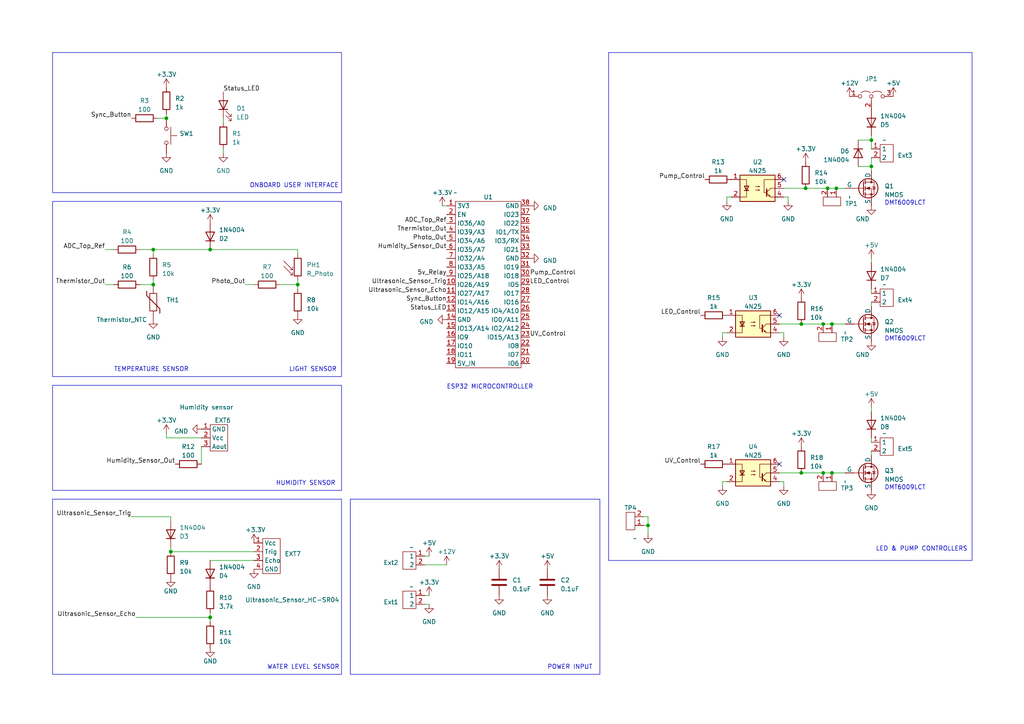
<source format=kicad_sch>
(kicad_sch (version 20230121) (generator eeschema)

  (uuid 4f7dd67f-7168-46a5-b24e-4372701a3a77)

  (paper "A4")

  (title_block
    (title "EPOT COMMAND MODULE")
    (date "2023-03-30")
    (rev "1.0")
    (company "Collège Lionel Groulx  - Arnaud LE COSSEC")
  )

  (lib_symbols
    (symbol "AYNLC_KiCad_Library:ESP32" (in_bom yes) (on_board yes)
      (property "Reference" "U" (at 0 0 0)
        (effects (font (size 1.27 1.27)))
      )
      (property "Value" "" (at 0 0 0)
        (effects (font (size 1.27 1.27)))
      )
      (property "Footprint" "AYNLC_KiCad_Library:ESP32_38P" (at 0 0 0)
        (effects (font (size 1.27 1.27)) hide)
      )
      (property "Datasheet" "" (at 0 0 0)
        (effects (font (size 1.27 1.27)) hide)
      )
      (symbol "ESP32_0_1"
        (rectangle (start 0 -2.54) (end 19.05 -50.8)
          (stroke (width 0) (type default))
          (fill (type none))
        )
      )
      (symbol "ESP32_1_0"
        (pin passive line (at -2.54 -26.67 0) (length 2.54)
          (name "IO26/A19" (effects (font (size 1.27 1.27))))
          (number "10" (effects (font (size 1.27 1.27))))
        )
        (pin passive line (at -2.54 -29.21 0) (length 2.54)
          (name "IO27/A17" (effects (font (size 1.27 1.27))))
          (number "11" (effects (font (size 1.27 1.27))))
        )
        (pin passive line (at -2.54 -31.75 0) (length 2.54)
          (name "IO14/A16" (effects (font (size 1.27 1.27))))
          (number "12" (effects (font (size 1.27 1.27))))
        )
        (pin passive line (at -2.54 -34.29 0) (length 2.54)
          (name "IO12/A15" (effects (font (size 1.27 1.27))))
          (number "13" (effects (font (size 1.27 1.27))))
        )
        (pin passive line (at -2.54 -36.83 0) (length 2.54)
          (name "GND" (effects (font (size 1.27 1.27))))
          (number "14" (effects (font (size 1.27 1.27))))
        )
        (pin passive line (at -2.54 -39.37 0) (length 2.54)
          (name "IO13/A14" (effects (font (size 1.27 1.27))))
          (number "15" (effects (font (size 1.27 1.27))))
        )
        (pin passive line (at -2.54 -41.91 0) (length 2.54)
          (name "IO9" (effects (font (size 1.27 1.27))))
          (number "16" (effects (font (size 1.27 1.27))))
        )
        (pin passive line (at -2.54 -44.45 0) (length 2.54)
          (name "IO10" (effects (font (size 1.27 1.27))))
          (number "17" (effects (font (size 1.27 1.27))))
        )
        (pin passive line (at -2.54 -46.99 0) (length 2.54)
          (name "IO11" (effects (font (size 1.27 1.27))))
          (number "18" (effects (font (size 1.27 1.27))))
        )
        (pin passive line (at -2.54 -49.53 0) (length 2.54)
          (name "5V_IN" (effects (font (size 1.27 1.27))))
          (number "19" (effects (font (size 1.27 1.27))))
        )
        (pin passive line (at 21.59 -49.53 180) (length 2.54)
          (name "IO6" (effects (font (size 1.27 1.27))))
          (number "20" (effects (font (size 1.27 1.27))))
        )
        (pin passive line (at 21.59 -46.99 180) (length 2.54)
          (name "IO7" (effects (font (size 1.27 1.27))))
          (number "21" (effects (font (size 1.27 1.27))))
        )
        (pin passive line (at 21.59 -44.45 180) (length 2.54)
          (name "IO8" (effects (font (size 1.27 1.27))))
          (number "22" (effects (font (size 1.27 1.27))))
        )
        (pin passive line (at 21.59 -41.91 180) (length 2.54)
          (name "IO15/A13" (effects (font (size 1.27 1.27))))
          (number "23" (effects (font (size 1.27 1.27))))
        )
        (pin passive line (at 21.59 -39.37 180) (length 2.54)
          (name "IO2/A12" (effects (font (size 1.27 1.27))))
          (number "24" (effects (font (size 1.27 1.27))))
        )
        (pin passive line (at 21.59 -36.83 180) (length 2.54)
          (name "IO0/A11" (effects (font (size 1.27 1.27))))
          (number "25" (effects (font (size 1.27 1.27))))
        )
        (pin passive line (at 21.59 -34.29 180) (length 2.54)
          (name "IO4/A10" (effects (font (size 1.27 1.27))))
          (number "26" (effects (font (size 1.27 1.27))))
        )
        (pin passive line (at 21.59 -31.75 180) (length 2.54)
          (name "IO16" (effects (font (size 1.27 1.27))))
          (number "27" (effects (font (size 1.27 1.27))))
        )
        (pin passive line (at 21.59 -29.21 180) (length 2.54)
          (name "IO17" (effects (font (size 1.27 1.27))))
          (number "28" (effects (font (size 1.27 1.27))))
        )
        (pin passive line (at 21.59 -26.67 180) (length 2.54)
          (name "IO5" (effects (font (size 1.27 1.27))))
          (number "29" (effects (font (size 1.27 1.27))))
        )
        (pin passive line (at -2.54 -8.89 0) (length 2.54)
          (name "IO36/A0" (effects (font (size 1.27 1.27))))
          (number "3" (effects (font (size 1.27 1.27))))
        )
        (pin passive line (at 21.59 -24.13 180) (length 2.54)
          (name "IO18" (effects (font (size 1.27 1.27))))
          (number "30" (effects (font (size 1.27 1.27))))
        )
        (pin passive line (at 21.59 -21.59 180) (length 2.54)
          (name "IO19" (effects (font (size 1.27 1.27))))
          (number "31" (effects (font (size 1.27 1.27))))
        )
        (pin passive line (at 21.59 -19.05 180) (length 2.54)
          (name "GND" (effects (font (size 1.27 1.27))))
          (number "32" (effects (font (size 1.27 1.27))))
        )
        (pin passive line (at 21.59 -16.51 180) (length 2.54)
          (name "IO21" (effects (font (size 1.27 1.27))))
          (number "33" (effects (font (size 1.27 1.27))))
        )
        (pin passive line (at 21.59 -13.97 180) (length 2.54)
          (name "IO3/RX" (effects (font (size 1.27 1.27))))
          (number "34" (effects (font (size 1.27 1.27))))
        )
        (pin passive line (at 21.59 -11.43 180) (length 2.54)
          (name "IO1/TX" (effects (font (size 1.27 1.27))))
          (number "35" (effects (font (size 1.27 1.27))))
        )
        (pin passive line (at 21.59 -8.89 180) (length 2.54)
          (name "IO22" (effects (font (size 1.27 1.27))))
          (number "36" (effects (font (size 1.27 1.27))))
        )
        (pin passive line (at 21.59 -6.35 180) (length 2.54)
          (name "IO23" (effects (font (size 1.27 1.27))))
          (number "37" (effects (font (size 1.27 1.27))))
        )
        (pin passive line (at 21.59 -3.81 180) (length 2.54)
          (name "GND" (effects (font (size 1.27 1.27))))
          (number "38" (effects (font (size 1.27 1.27))))
        )
        (pin passive line (at -2.54 -11.43 0) (length 2.54)
          (name "IO39/A3" (effects (font (size 1.27 1.27))))
          (number "4" (effects (font (size 1.27 1.27))))
        )
        (pin passive line (at -2.54 -13.97 0) (length 2.54)
          (name "IO34/A6" (effects (font (size 1.27 1.27))))
          (number "5" (effects (font (size 1.27 1.27))))
        )
        (pin passive line (at -2.54 -16.51 0) (length 2.54)
          (name "IO35/A7" (effects (font (size 1.27 1.27))))
          (number "6" (effects (font (size 1.27 1.27))))
        )
        (pin passive line (at -2.54 -19.05 0) (length 2.54)
          (name "IO32/A4" (effects (font (size 1.27 1.27))))
          (number "7" (effects (font (size 1.27 1.27))))
        )
        (pin passive line (at -2.54 -21.59 0) (length 2.54)
          (name "IO33/A5" (effects (font (size 1.27 1.27))))
          (number "8" (effects (font (size 1.27 1.27))))
        )
        (pin passive line (at -2.54 -24.13 0) (length 2.54)
          (name "IO25/A18" (effects (font (size 1.27 1.27))))
          (number "9" (effects (font (size 1.27 1.27))))
        )
      )
      (symbol "ESP32_1_1"
        (pin power_in line (at -2.54 -3.81 0) (length 2.54)
          (name "3V3" (effects (font (size 1.27 1.27))))
          (number "1" (effects (font (size 1.27 1.27))))
        )
        (pin passive line (at -2.54 -6.35 0) (length 2.54)
          (name "EN" (effects (font (size 1.27 1.27))))
          (number "2" (effects (font (size 1.27 1.27))))
        )
      )
    )
    (symbol "AYNLC_KiCad_Library:Humidity sensor" (in_bom yes) (on_board yes)
      (property "Reference" "EXT" (at 0 0 0)
        (effects (font (size 1.27 1.27)))
      )
      (property "Value" "Humidity sensor" (at 0 0 0)
        (effects (font (size 1.27 1.27)))
      )
      (property "Footprint" "AYNLC_KiCad_Library:Header_3P_2.54" (at 0 0 0)
        (effects (font (size 1.27 1.27)) hide)
      )
      (property "Datasheet" "" (at 0 0 0)
        (effects (font (size 1.27 1.27)) hide)
      )
      (symbol "Humidity sensor_0_1"
        (rectangle (start 1.27 -1.27) (end 6.35 -8.89)
          (stroke (width 0) (type default))
          (fill (type none))
        )
      )
      (symbol "Humidity sensor_1_1"
        (pin passive line (at -1.27 -2.54 0) (length 2.54)
          (name "GND" (effects (font (size 1.27 1.27))))
          (number "1" (effects (font (size 1.27 1.27))))
        )
        (pin passive line (at -1.27 -5.08 0) (length 2.54)
          (name "Vcc" (effects (font (size 1.27 1.27))))
          (number "2" (effects (font (size 1.27 1.27))))
        )
        (pin passive line (at -1.27 -7.62 0) (length 2.54)
          (name "Aout" (effects (font (size 1.27 1.27))))
          (number "3" (effects (font (size 1.27 1.27))))
        )
      )
    )
    (symbol "AYNLC_KiCad_Library:NMOS" (pin_numbers hide) (pin_names (offset 0)) (in_bom yes) (on_board yes)
      (property "Reference" "Q" (at 5.08 1.27 0)
        (effects (font (size 1.27 1.27)) (justify left))
      )
      (property "Value" "NMOS" (at 5.08 -1.27 0)
        (effects (font (size 1.27 1.27)) (justify left))
      )
      (property "Footprint" "AYNLC_KiCad_Library:TO220" (at 5.08 2.54 0)
        (effects (font (size 1.27 1.27)) hide)
      )
      (property "Datasheet" "https://www.diodes.com/assets/Datasheets/DMT6009LCT.pdf" (at 0 -12.7 0)
        (effects (font (size 1.27 1.27)) hide)
      )
      (property "Sim.Device" "NMOS" (at 0 -17.145 0)
        (effects (font (size 1.27 1.27)) hide)
      )
      (property "Sim.Type" "VDMOS" (at 0 -19.05 0)
        (effects (font (size 1.27 1.27)) hide)
      )
      (property "Sim.Pins" "1=G 2=D 3=S" (at 0 -15.24 0)
        (effects (font (size 1.27 1.27)) hide)
      )
      (property "ki_keywords" "transistor NMOS N-MOS N-MOSFET simulation" (at 0 0 0)
        (effects (font (size 1.27 1.27)) hide)
      )
      (property "ki_description" "N-MOSFET transistor, drain/source/gate" (at 0 0 0)
        (effects (font (size 1.27 1.27)) hide)
      )
      (symbol "NMOS_0_1"
        (polyline
          (pts
            (xy 0.254 0)
            (xy -2.54 0)
          )
          (stroke (width 0) (type default))
          (fill (type none))
        )
        (polyline
          (pts
            (xy 0.254 1.905)
            (xy 0.254 -1.905)
          )
          (stroke (width 0.254) (type default))
          (fill (type none))
        )
        (polyline
          (pts
            (xy 0.762 -1.27)
            (xy 0.762 -2.286)
          )
          (stroke (width 0.254) (type default))
          (fill (type none))
        )
        (polyline
          (pts
            (xy 0.762 0.508)
            (xy 0.762 -0.508)
          )
          (stroke (width 0.254) (type default))
          (fill (type none))
        )
        (polyline
          (pts
            (xy 0.762 2.286)
            (xy 0.762 1.27)
          )
          (stroke (width 0.254) (type default))
          (fill (type none))
        )
        (polyline
          (pts
            (xy 2.54 2.54)
            (xy 2.54 1.778)
          )
          (stroke (width 0) (type default))
          (fill (type none))
        )
        (polyline
          (pts
            (xy 2.54 -2.54)
            (xy 2.54 0)
            (xy 0.762 0)
          )
          (stroke (width 0) (type default))
          (fill (type none))
        )
        (polyline
          (pts
            (xy 0.762 -1.778)
            (xy 3.302 -1.778)
            (xy 3.302 1.778)
            (xy 0.762 1.778)
          )
          (stroke (width 0) (type default))
          (fill (type none))
        )
        (polyline
          (pts
            (xy 1.016 0)
            (xy 2.032 0.381)
            (xy 2.032 -0.381)
            (xy 1.016 0)
          )
          (stroke (width 0) (type default))
          (fill (type outline))
        )
        (polyline
          (pts
            (xy 2.794 0.508)
            (xy 2.921 0.381)
            (xy 3.683 0.381)
            (xy 3.81 0.254)
          )
          (stroke (width 0) (type default))
          (fill (type none))
        )
        (polyline
          (pts
            (xy 3.302 0.381)
            (xy 2.921 -0.254)
            (xy 3.683 -0.254)
            (xy 3.302 0.381)
          )
          (stroke (width 0) (type default))
          (fill (type none))
        )
        (circle (center 1.651 0) (radius 2.794)
          (stroke (width 0.254) (type default))
          (fill (type none))
        )
        (circle (center 2.54 -1.778) (radius 0.254)
          (stroke (width 0) (type default))
          (fill (type outline))
        )
        (circle (center 2.54 1.778) (radius 0.254)
          (stroke (width 0) (type default))
          (fill (type outline))
        )
      )
      (symbol "NMOS_1_1"
        (pin input line (at -5.08 0 0) (length 2.54)
          (name "G" (effects (font (size 1.27 1.27))))
          (number "1" (effects (font (size 1.27 1.27))))
        )
        (pin passive line (at 2.54 5.08 270) (length 2.54)
          (name "D" (effects (font (size 1.27 1.27))))
          (number "2" (effects (font (size 1.27 1.27))))
        )
        (pin passive line (at 2.54 -5.08 90) (length 2.54)
          (name "S" (effects (font (size 1.27 1.27))))
          (number "3" (effects (font (size 1.27 1.27))))
        )
      )
    )
    (symbol "AYNLC_KiCad_Library:TERMINAL_BLOCK_2PINS" (in_bom yes) (on_board yes)
      (property "Reference" "Ext" (at 0 0 0)
        (effects (font (size 1.27 1.27)))
      )
      (property "Value" "" (at 0 0 0)
        (effects (font (size 1.27 1.27)))
      )
      (property "Footprint" "AYNLC_KiCad_Library:TERMINAL BLOCK 2PINS" (at 0 0 0)
        (effects (font (size 1.27 1.27)) hide)
      )
      (property "Datasheet" "https://www.we-online.com/components/products/datasheet/691137710002.pdf" (at 0 0 0)
        (effects (font (size 1.27 1.27)) hide)
      )
      (symbol "TERMINAL_BLOCK_2PINS_0_1"
        (rectangle (start -1.27 -1.27) (end 2.54 -6.35)
          (stroke (width 0) (type default))
          (fill (type none))
        )
      )
      (symbol "TERMINAL_BLOCK_2PINS_1_1"
        (pin passive line (at -3.81 -2.54 0) (length 2.54)
          (name "1" (effects (font (size 1.27 1.27))))
          (number "1" (effects (font (size 1.27 1.27))))
        )
        (pin passive line (at -3.81 -5.08 0) (length 2.54)
          (name "2" (effects (font (size 1.27 1.27))))
          (number "2" (effects (font (size 1.27 1.27))))
        )
      )
    )
    (symbol "AYNLC_KiCad_Library:Test_Point" (in_bom yes) (on_board yes)
      (property "Reference" "TP" (at 0 0 0)
        (effects (font (size 1.27 1.27)))
      )
      (property "Value" "" (at 0 0 0)
        (effects (font (size 1.27 1.27)))
      )
      (property "Footprint" "AYNLC_KiCad_Library:Header_2P_2.54" (at 0 0 0)
        (effects (font (size 1.27 1.27)) hide)
      )
      (property "Datasheet" "" (at 0 0 0)
        (effects (font (size 1.27 1.27)) hide)
      )
      (symbol "Test_Point_0_1"
        (rectangle (start 0 -2.54) (end 2.54 -7.62)
          (stroke (width 0) (type default))
          (fill (type none))
        )
      )
      (symbol "Test_Point_1_1"
        (pin passive line (at -2.54 -3.81 0) (length 2.54)
          (name "" (effects (font (size 1.27 1.27))))
          (number "1" (effects (font (size 1.27 1.27))))
        )
        (pin passive line (at -2.54 -6.35 0) (length 2.54)
          (name "" (effects (font (size 1.27 1.27))))
          (number "2" (effects (font (size 1.27 1.27))))
        )
      )
    )
    (symbol "AYNLC_KiCad_Library:Ultrasonic_Sensor_HC-SR04" (in_bom yes) (on_board yes)
      (property "Reference" "U" (at 0 0 0)
        (effects (font (size 1.27 1.27)))
      )
      (property "Value" "Ultrasonic_Sensor_HC-SR04" (at 0 0 0)
        (effects (font (size 1.27 1.27)))
      )
      (property "Footprint" "AYNLC_KiCad_Library:Header_4P_2.54" (at 0 0 0)
        (effects (font (size 1.27 1.27)) hide)
      )
      (property "Datasheet" "https://datasheetspdf.com/pdf-file/1380137/HandsOn/HC-SR04/1" (at 0 0 0)
        (effects (font (size 1.27 1.27)) hide)
      )
      (symbol "Ultrasonic_Sensor_HC-SR04_0_1"
        (rectangle (start 1.27 -2.54) (end 6.35 -12.7)
          (stroke (width 0) (type default))
          (fill (type none))
        )
      )
      (symbol "Ultrasonic_Sensor_HC-SR04_1_1"
        (pin passive line (at -1.27 -3.81 0) (length 2.54)
          (name "Vcc" (effects (font (size 1.27 1.27))))
          (number "1" (effects (font (size 1.27 1.27))))
        )
        (pin passive line (at -1.27 -6.35 0) (length 2.54)
          (name "Trig" (effects (font (size 1.27 1.27))))
          (number "2" (effects (font (size 1.27 1.27))))
        )
        (pin passive line (at -1.27 -8.89 0) (length 2.54)
          (name "Echo" (effects (font (size 1.27 1.27))))
          (number "3" (effects (font (size 1.27 1.27))))
        )
        (pin passive line (at -1.27 -11.43 0) (length 2.54)
          (name "GND" (effects (font (size 1.27 1.27))))
          (number "4" (effects (font (size 1.27 1.27))))
        )
      )
    )
    (symbol "Device:C" (pin_numbers hide) (pin_names (offset 0.254)) (in_bom yes) (on_board yes)
      (property "Reference" "C" (at 0.635 2.54 0)
        (effects (font (size 1.27 1.27)) (justify left))
      )
      (property "Value" "C" (at 0.635 -2.54 0)
        (effects (font (size 1.27 1.27)) (justify left))
      )
      (property "Footprint" "" (at 0.9652 -3.81 0)
        (effects (font (size 1.27 1.27)) hide)
      )
      (property "Datasheet" "~" (at 0 0 0)
        (effects (font (size 1.27 1.27)) hide)
      )
      (property "ki_keywords" "cap capacitor" (at 0 0 0)
        (effects (font (size 1.27 1.27)) hide)
      )
      (property "ki_description" "Unpolarized capacitor" (at 0 0 0)
        (effects (font (size 1.27 1.27)) hide)
      )
      (property "ki_fp_filters" "C_*" (at 0 0 0)
        (effects (font (size 1.27 1.27)) hide)
      )
      (symbol "C_0_1"
        (polyline
          (pts
            (xy -2.032 -0.762)
            (xy 2.032 -0.762)
          )
          (stroke (width 0.508) (type default))
          (fill (type none))
        )
        (polyline
          (pts
            (xy -2.032 0.762)
            (xy 2.032 0.762)
          )
          (stroke (width 0.508) (type default))
          (fill (type none))
        )
      )
      (symbol "C_1_1"
        (pin passive line (at 0 3.81 270) (length 2.794)
          (name "~" (effects (font (size 1.27 1.27))))
          (number "1" (effects (font (size 1.27 1.27))))
        )
        (pin passive line (at 0 -3.81 90) (length 2.794)
          (name "~" (effects (font (size 1.27 1.27))))
          (number "2" (effects (font (size 1.27 1.27))))
        )
      )
    )
    (symbol "Device:LED" (pin_numbers hide) (pin_names (offset 1.016) hide) (in_bom yes) (on_board yes)
      (property "Reference" "D" (at 0 2.54 0)
        (effects (font (size 1.27 1.27)))
      )
      (property "Value" "LED" (at 0 -2.54 0)
        (effects (font (size 1.27 1.27)))
      )
      (property "Footprint" "" (at 0 0 0)
        (effects (font (size 1.27 1.27)) hide)
      )
      (property "Datasheet" "~" (at 0 0 0)
        (effects (font (size 1.27 1.27)) hide)
      )
      (property "ki_keywords" "LED diode" (at 0 0 0)
        (effects (font (size 1.27 1.27)) hide)
      )
      (property "ki_description" "Light emitting diode" (at 0 0 0)
        (effects (font (size 1.27 1.27)) hide)
      )
      (property "ki_fp_filters" "LED* LED_SMD:* LED_THT:*" (at 0 0 0)
        (effects (font (size 1.27 1.27)) hide)
      )
      (symbol "LED_0_1"
        (polyline
          (pts
            (xy -1.27 -1.27)
            (xy -1.27 1.27)
          )
          (stroke (width 0.254) (type default))
          (fill (type none))
        )
        (polyline
          (pts
            (xy -1.27 0)
            (xy 1.27 0)
          )
          (stroke (width 0) (type default))
          (fill (type none))
        )
        (polyline
          (pts
            (xy 1.27 -1.27)
            (xy 1.27 1.27)
            (xy -1.27 0)
            (xy 1.27 -1.27)
          )
          (stroke (width 0.254) (type default))
          (fill (type none))
        )
        (polyline
          (pts
            (xy -3.048 -0.762)
            (xy -4.572 -2.286)
            (xy -3.81 -2.286)
            (xy -4.572 -2.286)
            (xy -4.572 -1.524)
          )
          (stroke (width 0) (type default))
          (fill (type none))
        )
        (polyline
          (pts
            (xy -1.778 -0.762)
            (xy -3.302 -2.286)
            (xy -2.54 -2.286)
            (xy -3.302 -2.286)
            (xy -3.302 -1.524)
          )
          (stroke (width 0) (type default))
          (fill (type none))
        )
      )
      (symbol "LED_1_1"
        (pin passive line (at -3.81 0 0) (length 2.54)
          (name "K" (effects (font (size 1.27 1.27))))
          (number "1" (effects (font (size 1.27 1.27))))
        )
        (pin passive line (at 3.81 0 180) (length 2.54)
          (name "A" (effects (font (size 1.27 1.27))))
          (number "2" (effects (font (size 1.27 1.27))))
        )
      )
    )
    (symbol "Device:R" (pin_numbers hide) (pin_names (offset 0)) (in_bom yes) (on_board yes)
      (property "Reference" "R" (at 2.032 0 90)
        (effects (font (size 1.27 1.27)))
      )
      (property "Value" "R" (at 0 0 90)
        (effects (font (size 1.27 1.27)))
      )
      (property "Footprint" "" (at -1.778 0 90)
        (effects (font (size 1.27 1.27)) hide)
      )
      (property "Datasheet" "~" (at 0 0 0)
        (effects (font (size 1.27 1.27)) hide)
      )
      (property "ki_keywords" "R res resistor" (at 0 0 0)
        (effects (font (size 1.27 1.27)) hide)
      )
      (property "ki_description" "Resistor" (at 0 0 0)
        (effects (font (size 1.27 1.27)) hide)
      )
      (property "ki_fp_filters" "R_*" (at 0 0 0)
        (effects (font (size 1.27 1.27)) hide)
      )
      (symbol "R_0_1"
        (rectangle (start -1.016 -2.54) (end 1.016 2.54)
          (stroke (width 0.254) (type default))
          (fill (type none))
        )
      )
      (symbol "R_1_1"
        (pin passive line (at 0 3.81 270) (length 1.27)
          (name "~" (effects (font (size 1.27 1.27))))
          (number "1" (effects (font (size 1.27 1.27))))
        )
        (pin passive line (at 0 -3.81 90) (length 1.27)
          (name "~" (effects (font (size 1.27 1.27))))
          (number "2" (effects (font (size 1.27 1.27))))
        )
      )
    )
    (symbol "Device:R_Photo" (pin_numbers hide) (pin_names (offset 0)) (in_bom yes) (on_board yes)
      (property "Reference" "R" (at 1.27 1.27 0)
        (effects (font (size 1.27 1.27)) (justify left))
      )
      (property "Value" "R_Photo" (at 1.27 0 0)
        (effects (font (size 1.27 1.27)) (justify left top))
      )
      (property "Footprint" "" (at 1.27 -6.35 90)
        (effects (font (size 1.27 1.27)) (justify left) hide)
      )
      (property "Datasheet" "~" (at 0 -1.27 0)
        (effects (font (size 1.27 1.27)) hide)
      )
      (property "ki_keywords" "resistor variable light sensitive opto LDR" (at 0 0 0)
        (effects (font (size 1.27 1.27)) hide)
      )
      (property "ki_description" "Photoresistor" (at 0 0 0)
        (effects (font (size 1.27 1.27)) hide)
      )
      (property "ki_fp_filters" "*LDR* R?LDR*" (at 0 0 0)
        (effects (font (size 1.27 1.27)) hide)
      )
      (symbol "R_Photo_0_1"
        (rectangle (start -1.016 2.54) (end 1.016 -2.54)
          (stroke (width 0.254) (type default))
          (fill (type none))
        )
        (polyline
          (pts
            (xy -1.524 -2.286)
            (xy -4.064 0.254)
          )
          (stroke (width 0) (type default))
          (fill (type none))
        )
        (polyline
          (pts
            (xy -1.524 -2.286)
            (xy -2.286 -2.286)
          )
          (stroke (width 0) (type default))
          (fill (type none))
        )
        (polyline
          (pts
            (xy -1.524 -2.286)
            (xy -1.524 -1.524)
          )
          (stroke (width 0) (type default))
          (fill (type none))
        )
        (polyline
          (pts
            (xy -1.524 -0.762)
            (xy -4.064 1.778)
          )
          (stroke (width 0) (type default))
          (fill (type none))
        )
        (polyline
          (pts
            (xy -1.524 -0.762)
            (xy -2.286 -0.762)
          )
          (stroke (width 0) (type default))
          (fill (type none))
        )
        (polyline
          (pts
            (xy -1.524 -0.762)
            (xy -1.524 0)
          )
          (stroke (width 0) (type default))
          (fill (type none))
        )
      )
      (symbol "R_Photo_1_1"
        (pin passive line (at 0 3.81 270) (length 1.27)
          (name "~" (effects (font (size 1.27 1.27))))
          (number "1" (effects (font (size 1.27 1.27))))
        )
        (pin passive line (at 0 -3.81 90) (length 1.27)
          (name "~" (effects (font (size 1.27 1.27))))
          (number "2" (effects (font (size 1.27 1.27))))
        )
      )
    )
    (symbol "Device:Thermistor" (pin_numbers hide) (pin_names (offset 0)) (in_bom yes) (on_board yes)
      (property "Reference" "TH" (at 2.54 1.27 90)
        (effects (font (size 1.27 1.27)))
      )
      (property "Value" "Thermistor" (at -2.54 0 90)
        (effects (font (size 1.27 1.27)) (justify bottom))
      )
      (property "Footprint" "" (at 0 0 0)
        (effects (font (size 1.27 1.27)) hide)
      )
      (property "Datasheet" "~" (at 0 0 0)
        (effects (font (size 1.27 1.27)) hide)
      )
      (property "ki_keywords" "R res thermistor" (at 0 0 0)
        (effects (font (size 1.27 1.27)) hide)
      )
      (property "ki_description" "Temperature dependent resistor" (at 0 0 0)
        (effects (font (size 1.27 1.27)) hide)
      )
      (property "ki_fp_filters" "R_*" (at 0 0 0)
        (effects (font (size 1.27 1.27)) hide)
      )
      (symbol "Thermistor_0_1"
        (rectangle (start -1.016 2.54) (end 1.016 -2.54)
          (stroke (width 0.2032) (type default))
          (fill (type none))
        )
        (polyline
          (pts
            (xy -1.905 3.175)
            (xy -1.905 1.905)
            (xy 1.905 -1.905)
            (xy 1.905 -3.175)
            (xy 1.905 -3.175)
          )
          (stroke (width 0.254) (type default))
          (fill (type none))
        )
      )
      (symbol "Thermistor_1_1"
        (pin passive line (at 0 5.08 270) (length 2.54)
          (name "~" (effects (font (size 1.27 1.27))))
          (number "1" (effects (font (size 1.27 1.27))))
        )
        (pin passive line (at 0 -5.08 90) (length 2.54)
          (name "~" (effects (font (size 1.27 1.27))))
          (number "2" (effects (font (size 1.27 1.27))))
        )
      )
    )
    (symbol "Diode:1N4004" (pin_numbers hide) (pin_names hide) (in_bom yes) (on_board yes)
      (property "Reference" "D" (at 0 2.54 0)
        (effects (font (size 1.27 1.27)))
      )
      (property "Value" "1N4004" (at 0 -2.54 0)
        (effects (font (size 1.27 1.27)))
      )
      (property "Footprint" "Diode_THT:D_DO-41_SOD81_P10.16mm_Horizontal" (at 0 -4.445 0)
        (effects (font (size 1.27 1.27)) hide)
      )
      (property "Datasheet" "http://www.vishay.com/docs/88503/1n4001.pdf" (at 0 0 0)
        (effects (font (size 1.27 1.27)) hide)
      )
      (property "Sim.Device" "D" (at 0 0 0)
        (effects (font (size 1.27 1.27)) hide)
      )
      (property "Sim.Pins" "1=K 2=A" (at 0 0 0)
        (effects (font (size 1.27 1.27)) hide)
      )
      (property "ki_keywords" "diode" (at 0 0 0)
        (effects (font (size 1.27 1.27)) hide)
      )
      (property "ki_description" "400V 1A General Purpose Rectifier Diode, DO-41" (at 0 0 0)
        (effects (font (size 1.27 1.27)) hide)
      )
      (property "ki_fp_filters" "D*DO?41*" (at 0 0 0)
        (effects (font (size 1.27 1.27)) hide)
      )
      (symbol "1N4004_0_1"
        (polyline
          (pts
            (xy -1.27 1.27)
            (xy -1.27 -1.27)
          )
          (stroke (width 0.254) (type default))
          (fill (type none))
        )
        (polyline
          (pts
            (xy 1.27 0)
            (xy -1.27 0)
          )
          (stroke (width 0) (type default))
          (fill (type none))
        )
        (polyline
          (pts
            (xy 1.27 1.27)
            (xy 1.27 -1.27)
            (xy -1.27 0)
            (xy 1.27 1.27)
          )
          (stroke (width 0.254) (type default))
          (fill (type none))
        )
      )
      (symbol "1N4004_1_1"
        (pin passive line (at -3.81 0 0) (length 2.54)
          (name "K" (effects (font (size 1.27 1.27))))
          (number "1" (effects (font (size 1.27 1.27))))
        )
        (pin passive line (at 3.81 0 180) (length 2.54)
          (name "A" (effects (font (size 1.27 1.27))))
          (number "2" (effects (font (size 1.27 1.27))))
        )
      )
    )
    (symbol "Isolator:4N25" (pin_names (offset 1.016)) (in_bom yes) (on_board yes)
      (property "Reference" "U" (at -5.08 5.08 0)
        (effects (font (size 1.27 1.27)) (justify left))
      )
      (property "Value" "4N25" (at 0 5.08 0)
        (effects (font (size 1.27 1.27)) (justify left))
      )
      (property "Footprint" "Package_DIP:DIP-6_W7.62mm" (at -5.08 -5.08 0)
        (effects (font (size 1.27 1.27) italic) (justify left) hide)
      )
      (property "Datasheet" "https://www.vishay.com/docs/83725/4n25.pdf" (at 0 0 0)
        (effects (font (size 1.27 1.27)) (justify left) hide)
      )
      (property "ki_keywords" "NPN DC Optocoupler Base Connected" (at 0 0 0)
        (effects (font (size 1.27 1.27)) hide)
      )
      (property "ki_description" "DC Optocoupler Base Connected, Vce 30V, CTR 20%, Viso 2500V, DIP6" (at 0 0 0)
        (effects (font (size 1.27 1.27)) hide)
      )
      (property "ki_fp_filters" "DIP*W7.62mm*" (at 0 0 0)
        (effects (font (size 1.27 1.27)) hide)
      )
      (symbol "4N25_0_1"
        (rectangle (start -5.08 3.81) (end 5.08 -3.81)
          (stroke (width 0.254) (type default))
          (fill (type background))
        )
        (polyline
          (pts
            (xy -3.81 -0.635)
            (xy -2.54 -0.635)
          )
          (stroke (width 0.254) (type default))
          (fill (type none))
        )
        (polyline
          (pts
            (xy 2.667 -1.397)
            (xy 3.81 -2.54)
          )
          (stroke (width 0) (type default))
          (fill (type none))
        )
        (polyline
          (pts
            (xy 2.667 -1.143)
            (xy 3.81 0)
          )
          (stroke (width 0) (type default))
          (fill (type none))
        )
        (polyline
          (pts
            (xy 3.81 -2.54)
            (xy 5.08 -2.54)
          )
          (stroke (width 0) (type default))
          (fill (type none))
        )
        (polyline
          (pts
            (xy 3.81 0)
            (xy 5.08 0)
          )
          (stroke (width 0) (type default))
          (fill (type none))
        )
        (polyline
          (pts
            (xy 2.667 -0.254)
            (xy 2.667 -2.286)
            (xy 2.667 -2.286)
          )
          (stroke (width 0.3556) (type default))
          (fill (type none))
        )
        (polyline
          (pts
            (xy -5.08 -2.54)
            (xy -3.175 -2.54)
            (xy -3.175 2.54)
            (xy -5.08 2.54)
          )
          (stroke (width 0) (type default))
          (fill (type none))
        )
        (polyline
          (pts
            (xy -3.175 -0.635)
            (xy -3.81 0.635)
            (xy -2.54 0.635)
            (xy -3.175 -0.635)
          )
          (stroke (width 0.254) (type default))
          (fill (type none))
        )
        (polyline
          (pts
            (xy 3.683 -2.413)
            (xy 3.429 -1.905)
            (xy 3.175 -2.159)
            (xy 3.683 -2.413)
          )
          (stroke (width 0) (type default))
          (fill (type none))
        )
        (polyline
          (pts
            (xy 5.08 2.54)
            (xy 1.905 2.54)
            (xy 1.905 -1.27)
            (xy 2.54 -1.27)
          )
          (stroke (width 0) (type default))
          (fill (type none))
        )
        (polyline
          (pts
            (xy -0.635 -0.508)
            (xy 0.635 -0.508)
            (xy 0.254 -0.635)
            (xy 0.254 -0.381)
            (xy 0.635 -0.508)
          )
          (stroke (width 0) (type default))
          (fill (type none))
        )
        (polyline
          (pts
            (xy -0.635 0.508)
            (xy 0.635 0.508)
            (xy 0.254 0.381)
            (xy 0.254 0.635)
            (xy 0.635 0.508)
          )
          (stroke (width 0) (type default))
          (fill (type none))
        )
      )
      (symbol "4N25_1_1"
        (pin passive line (at -7.62 2.54 0) (length 2.54)
          (name "~" (effects (font (size 1.27 1.27))))
          (number "1" (effects (font (size 1.27 1.27))))
        )
        (pin passive line (at -7.62 -2.54 0) (length 2.54)
          (name "~" (effects (font (size 1.27 1.27))))
          (number "2" (effects (font (size 1.27 1.27))))
        )
        (pin no_connect line (at -5.08 0 0) (length 2.54) hide
          (name "NC" (effects (font (size 1.27 1.27))))
          (number "3" (effects (font (size 1.27 1.27))))
        )
        (pin passive line (at 7.62 -2.54 180) (length 2.54)
          (name "~" (effects (font (size 1.27 1.27))))
          (number "4" (effects (font (size 1.27 1.27))))
        )
        (pin passive line (at 7.62 0 180) (length 2.54)
          (name "~" (effects (font (size 1.27 1.27))))
          (number "5" (effects (font (size 1.27 1.27))))
        )
        (pin passive line (at 7.62 2.54 180) (length 2.54)
          (name "~" (effects (font (size 1.27 1.27))))
          (number "6" (effects (font (size 1.27 1.27))))
        )
      )
    )
    (symbol "Jumper:Jumper_3_Open" (pin_names (offset 0) hide) (in_bom yes) (on_board yes)
      (property "Reference" "JP" (at -2.54 -2.54 0)
        (effects (font (size 1.27 1.27)))
      )
      (property "Value" "Jumper_3_Open" (at 0 2.794 0)
        (effects (font (size 1.27 1.27)))
      )
      (property "Footprint" "" (at 0 0 0)
        (effects (font (size 1.27 1.27)) hide)
      )
      (property "Datasheet" "~" (at 0 0 0)
        (effects (font (size 1.27 1.27)) hide)
      )
      (property "ki_keywords" "Jumper SPDT" (at 0 0 0)
        (effects (font (size 1.27 1.27)) hide)
      )
      (property "ki_description" "Jumper, 3-pole, both open" (at 0 0 0)
        (effects (font (size 1.27 1.27)) hide)
      )
      (property "ki_fp_filters" "Jumper* TestPoint*3Pads* TestPoint*Bridge*" (at 0 0 0)
        (effects (font (size 1.27 1.27)) hide)
      )
      (symbol "Jumper_3_Open_0_0"
        (circle (center -3.302 0) (radius 0.508)
          (stroke (width 0) (type default))
          (fill (type none))
        )
        (circle (center 0 0) (radius 0.508)
          (stroke (width 0) (type default))
          (fill (type none))
        )
        (circle (center 3.302 0) (radius 0.508)
          (stroke (width 0) (type default))
          (fill (type none))
        )
      )
      (symbol "Jumper_3_Open_0_1"
        (arc (start -0.254 1.016) (mid -1.651 1.4992) (end -3.048 1.016)
          (stroke (width 0) (type default))
          (fill (type none))
        )
        (polyline
          (pts
            (xy 0 -0.508)
            (xy 0 -1.27)
          )
          (stroke (width 0) (type default))
          (fill (type none))
        )
        (arc (start 3.048 1.016) (mid 1.651 1.4992) (end 0.254 1.016)
          (stroke (width 0) (type default))
          (fill (type none))
        )
      )
      (symbol "Jumper_3_Open_1_1"
        (pin passive line (at -6.35 0 0) (length 2.54)
          (name "A" (effects (font (size 1.27 1.27))))
          (number "1" (effects (font (size 1.27 1.27))))
        )
        (pin passive line (at 0 -3.81 90) (length 2.54)
          (name "C" (effects (font (size 1.27 1.27))))
          (number "2" (effects (font (size 1.27 1.27))))
        )
        (pin passive line (at 6.35 0 180) (length 2.54)
          (name "B" (effects (font (size 1.27 1.27))))
          (number "3" (effects (font (size 1.27 1.27))))
        )
      )
    )
    (symbol "Switch:SW_MEC_5G" (pin_numbers hide) (pin_names (offset 1.016) hide) (in_bom yes) (on_board yes)
      (property "Reference" "SW" (at 1.27 2.54 0)
        (effects (font (size 1.27 1.27)) (justify left))
      )
      (property "Value" "SW_MEC_5G" (at 0 -1.524 0)
        (effects (font (size 1.27 1.27)))
      )
      (property "Footprint" "" (at 0 5.08 0)
        (effects (font (size 1.27 1.27)) hide)
      )
      (property "Datasheet" "http://www.apem.com/int/index.php?controller=attachment&id_attachment=488" (at 0 5.08 0)
        (effects (font (size 1.27 1.27)) hide)
      )
      (property "ki_keywords" "switch normally-open pushbutton push-button" (at 0 0 0)
        (effects (font (size 1.27 1.27)) hide)
      )
      (property "ki_description" "MEC 5G single pole normally-open tactile switch" (at 0 0 0)
        (effects (font (size 1.27 1.27)) hide)
      )
      (property "ki_fp_filters" "SW*MEC*5G*" (at 0 0 0)
        (effects (font (size 1.27 1.27)) hide)
      )
      (symbol "SW_MEC_5G_0_1"
        (circle (center -2.032 0) (radius 0.508)
          (stroke (width 0) (type default))
          (fill (type none))
        )
        (polyline
          (pts
            (xy 0 1.27)
            (xy 0 3.048)
          )
          (stroke (width 0) (type default))
          (fill (type none))
        )
        (polyline
          (pts
            (xy 2.54 1.27)
            (xy -2.54 1.27)
          )
          (stroke (width 0) (type default))
          (fill (type none))
        )
        (circle (center 2.032 0) (radius 0.508)
          (stroke (width 0) (type default))
          (fill (type none))
        )
        (pin passive line (at -5.08 0 0) (length 2.54)
          (name "A" (effects (font (size 1.27 1.27))))
          (number "1" (effects (font (size 1.27 1.27))))
        )
        (pin passive line (at 5.08 0 180) (length 2.54)
          (name "B" (effects (font (size 1.27 1.27))))
          (number "3" (effects (font (size 1.27 1.27))))
        )
      )
      (symbol "SW_MEC_5G_1_1"
        (pin passive line (at -5.08 0 0) (length 2.54) hide
          (name "A" (effects (font (size 1.27 1.27))))
          (number "2" (effects (font (size 1.27 1.27))))
        )
        (pin passive line (at 5.08 0 180) (length 2.54) hide
          (name "B" (effects (font (size 1.27 1.27))))
          (number "4" (effects (font (size 1.27 1.27))))
        )
      )
    )
    (symbol "power:+12V" (power) (pin_names (offset 0)) (in_bom yes) (on_board yes)
      (property "Reference" "#PWR" (at 0 -3.81 0)
        (effects (font (size 1.27 1.27)) hide)
      )
      (property "Value" "+12V" (at 0 3.556 0)
        (effects (font (size 1.27 1.27)))
      )
      (property "Footprint" "" (at 0 0 0)
        (effects (font (size 1.27 1.27)) hide)
      )
      (property "Datasheet" "" (at 0 0 0)
        (effects (font (size 1.27 1.27)) hide)
      )
      (property "ki_keywords" "global power" (at 0 0 0)
        (effects (font (size 1.27 1.27)) hide)
      )
      (property "ki_description" "Power symbol creates a global label with name \"+12V\"" (at 0 0 0)
        (effects (font (size 1.27 1.27)) hide)
      )
      (symbol "+12V_0_1"
        (polyline
          (pts
            (xy -0.762 1.27)
            (xy 0 2.54)
          )
          (stroke (width 0) (type default))
          (fill (type none))
        )
        (polyline
          (pts
            (xy 0 0)
            (xy 0 2.54)
          )
          (stroke (width 0) (type default))
          (fill (type none))
        )
        (polyline
          (pts
            (xy 0 2.54)
            (xy 0.762 1.27)
          )
          (stroke (width 0) (type default))
          (fill (type none))
        )
      )
      (symbol "+12V_1_1"
        (pin power_in line (at 0 0 90) (length 0) hide
          (name "+12V" (effects (font (size 1.27 1.27))))
          (number "1" (effects (font (size 1.27 1.27))))
        )
      )
    )
    (symbol "power:+3.3V" (power) (pin_names (offset 0)) (in_bom yes) (on_board yes)
      (property "Reference" "#PWR" (at 0 -3.81 0)
        (effects (font (size 1.27 1.27)) hide)
      )
      (property "Value" "+3.3V" (at 0 3.556 0)
        (effects (font (size 1.27 1.27)))
      )
      (property "Footprint" "" (at 0 0 0)
        (effects (font (size 1.27 1.27)) hide)
      )
      (property "Datasheet" "" (at 0 0 0)
        (effects (font (size 1.27 1.27)) hide)
      )
      (property "ki_keywords" "global power" (at 0 0 0)
        (effects (font (size 1.27 1.27)) hide)
      )
      (property "ki_description" "Power symbol creates a global label with name \"+3.3V\"" (at 0 0 0)
        (effects (font (size 1.27 1.27)) hide)
      )
      (symbol "+3.3V_0_1"
        (polyline
          (pts
            (xy -0.762 1.27)
            (xy 0 2.54)
          )
          (stroke (width 0) (type default))
          (fill (type none))
        )
        (polyline
          (pts
            (xy 0 0)
            (xy 0 2.54)
          )
          (stroke (width 0) (type default))
          (fill (type none))
        )
        (polyline
          (pts
            (xy 0 2.54)
            (xy 0.762 1.27)
          )
          (stroke (width 0) (type default))
          (fill (type none))
        )
      )
      (symbol "+3.3V_1_1"
        (pin power_in line (at 0 0 90) (length 0) hide
          (name "+3.3V" (effects (font (size 1.27 1.27))))
          (number "1" (effects (font (size 1.27 1.27))))
        )
      )
    )
    (symbol "power:+5V" (power) (pin_names (offset 0)) (in_bom yes) (on_board yes)
      (property "Reference" "#PWR" (at 0 -3.81 0)
        (effects (font (size 1.27 1.27)) hide)
      )
      (property "Value" "+5V" (at 0 3.556 0)
        (effects (font (size 1.27 1.27)))
      )
      (property "Footprint" "" (at 0 0 0)
        (effects (font (size 1.27 1.27)) hide)
      )
      (property "Datasheet" "" (at 0 0 0)
        (effects (font (size 1.27 1.27)) hide)
      )
      (property "ki_keywords" "global power" (at 0 0 0)
        (effects (font (size 1.27 1.27)) hide)
      )
      (property "ki_description" "Power symbol creates a global label with name \"+5V\"" (at 0 0 0)
        (effects (font (size 1.27 1.27)) hide)
      )
      (symbol "+5V_0_1"
        (polyline
          (pts
            (xy -0.762 1.27)
            (xy 0 2.54)
          )
          (stroke (width 0) (type default))
          (fill (type none))
        )
        (polyline
          (pts
            (xy 0 0)
            (xy 0 2.54)
          )
          (stroke (width 0) (type default))
          (fill (type none))
        )
        (polyline
          (pts
            (xy 0 2.54)
            (xy 0.762 1.27)
          )
          (stroke (width 0) (type default))
          (fill (type none))
        )
      )
      (symbol "+5V_1_1"
        (pin power_in line (at 0 0 90) (length 0) hide
          (name "+5V" (effects (font (size 1.27 1.27))))
          (number "1" (effects (font (size 1.27 1.27))))
        )
      )
    )
    (symbol "power:GND" (power) (pin_names (offset 0)) (in_bom yes) (on_board yes)
      (property "Reference" "#PWR" (at 0 -6.35 0)
        (effects (font (size 1.27 1.27)) hide)
      )
      (property "Value" "GND" (at 0 -3.81 0)
        (effects (font (size 1.27 1.27)))
      )
      (property "Footprint" "" (at 0 0 0)
        (effects (font (size 1.27 1.27)) hide)
      )
      (property "Datasheet" "" (at 0 0 0)
        (effects (font (size 1.27 1.27)) hide)
      )
      (property "ki_keywords" "global power" (at 0 0 0)
        (effects (font (size 1.27 1.27)) hide)
      )
      (property "ki_description" "Power symbol creates a global label with name \"GND\" , ground" (at 0 0 0)
        (effects (font (size 1.27 1.27)) hide)
      )
      (symbol "GND_0_1"
        (polyline
          (pts
            (xy 0 0)
            (xy 0 -1.27)
            (xy 1.27 -1.27)
            (xy 0 -2.54)
            (xy -1.27 -1.27)
            (xy 0 -1.27)
          )
          (stroke (width 0) (type default))
          (fill (type none))
        )
      )
      (symbol "GND_1_1"
        (pin power_in line (at 0 0 270) (length 0) hide
          (name "GND" (effects (font (size 1.27 1.27))))
          (number "1" (effects (font (size 1.27 1.27))))
        )
      )
    )
  )

  (junction (at 60.96 179.07) (diameter 0) (color 0 0 0 0)
    (uuid 0981278e-b3b5-46d3-9719-baf62ca1b1d1)
  )
  (junction (at 252.73 48.26) (diameter 0) (color 0 0 0 0)
    (uuid 107d3ecf-44c5-4d12-b1ea-bd0ab6974246)
  )
  (junction (at 240.03 54.61) (diameter 0) (color 0 0 0 0)
    (uuid 3bf5cdbf-ad4a-44d6-951f-c7a7a77d7a72)
  )
  (junction (at 232.41 93.98) (diameter 0) (color 0 0 0 0)
    (uuid 3eb73285-4112-4b84-820a-e4241431db48)
  )
  (junction (at 187.96 152.4) (diameter 0) (color 0 0 0 0)
    (uuid 63a63289-1459-45cb-aa39-5df83adcd20b)
  )
  (junction (at 44.45 72.39) (diameter 0) (color 0 0 0 0)
    (uuid 6633d779-ffe1-4587-8c06-5d891e2cf788)
  )
  (junction (at 242.57 54.61) (diameter 0) (color 0 0 0 0)
    (uuid 67021340-a66d-410f-9fe0-63f005e55f92)
  )
  (junction (at 241.3 137.16) (diameter 0) (color 0 0 0 0)
    (uuid 88d5c904-591c-42ed-a492-ed236cdf5532)
  )
  (junction (at 86.36 82.55) (diameter 0) (color 0 0 0 0)
    (uuid 8a9a30a3-a16c-46a7-8cfc-b4ac50c29cdc)
  )
  (junction (at 238.76 93.98) (diameter 0) (color 0 0 0 0)
    (uuid 97e0694a-ad67-4e7c-8936-f93bfa617d08)
  )
  (junction (at 60.96 72.39) (diameter 0) (color 0 0 0 0)
    (uuid b337d5c3-a53e-4fda-a60f-69ab00be3839)
  )
  (junction (at 233.68 54.61) (diameter 0) (color 0 0 0 0)
    (uuid ceb62bfb-db59-46fb-83fd-fa2d31dd2398)
  )
  (junction (at 252.73 40.64) (diameter 0) (color 0 0 0 0)
    (uuid d0434ae7-ff9e-4bf1-b2ae-8ab4a285b3be)
  )
  (junction (at 44.45 82.55) (diameter 0) (color 0 0 0 0)
    (uuid d7195695-ecf2-422a-a9a0-145d5067b197)
  )
  (junction (at 49.53 160.02) (diameter 0) (color 0 0 0 0)
    (uuid d9e8ef95-5a9b-42d0-a146-b1ef54602b64)
  )
  (junction (at 238.76 137.16) (diameter 0) (color 0 0 0 0)
    (uuid e151d28e-f730-48ef-8898-6efda0459b2c)
  )
  (junction (at 241.3 93.98) (diameter 0) (color 0 0 0 0)
    (uuid e6e095c1-0975-43b7-a3b7-1708f8e94d1b)
  )
  (junction (at 48.26 34.29) (diameter 0) (color 0 0 0 0)
    (uuid f1073d84-49f1-4763-aae0-29b0b86f4ff9)
  )
  (junction (at 232.41 137.16) (diameter 0) (color 0 0 0 0)
    (uuid fed12902-f3aa-4659-85b8-17d7c9bda86e)
  )

  (no_connect (at 226.06 134.62) (uuid 2dd950e0-a2e2-4752-91f6-3a034743d3ff))
  (no_connect (at 226.06 91.44) (uuid 3c11a064-02b8-4d1e-b404-1992991db821))
  (no_connect (at 227.33 52.07) (uuid ee4a1b0c-3e9d-4383-96a7-5e7ea64c5504))

  (wire (pts (xy 44.45 73.66) (xy 44.45 72.39))
    (stroke (width 0) (type default))
    (uuid 023bad06-933a-49a3-92c4-efada31fbdde)
  )
  (wire (pts (xy 238.76 137.16) (xy 241.3 137.16))
    (stroke (width 0) (type default))
    (uuid 072e824d-8af6-4dd2-8197-282c209f2600)
  )
  (wire (pts (xy 252.73 45.72) (xy 252.73 48.26))
    (stroke (width 0) (type default))
    (uuid 0ad5b236-ec9b-404a-bcb1-32ede3c3588d)
  )
  (wire (pts (xy 209.55 96.52) (xy 210.82 96.52))
    (stroke (width 0) (type default))
    (uuid 0e936be9-24a7-45eb-aa18-749a944ee28b)
  )
  (wire (pts (xy 232.41 137.16) (xy 238.76 137.16))
    (stroke (width 0) (type default))
    (uuid 0f1e8f26-3802-4229-aa35-81a39c0521a0)
  )
  (wire (pts (xy 242.57 54.61) (xy 245.11 54.61))
    (stroke (width 0) (type default))
    (uuid 135efcac-ccbf-4882-b6e8-3460b3cceffd)
  )
  (wire (pts (xy 232.41 93.98) (xy 238.76 93.98))
    (stroke (width 0) (type default))
    (uuid 1781a43f-3abf-442b-a2e8-0c3c82b63c6b)
  )
  (wire (pts (xy 44.45 82.55) (xy 44.45 83.82))
    (stroke (width 0) (type default))
    (uuid 17cf0e8b-123d-4dc1-908e-287ba0ed9cce)
  )
  (wire (pts (xy 58.42 134.62) (xy 58.42 129.54))
    (stroke (width 0) (type default))
    (uuid 17f7efa4-7965-4538-a70e-2b1841f51bf8)
  )
  (wire (pts (xy 241.3 137.16) (xy 245.11 137.16))
    (stroke (width 0) (type default))
    (uuid 1dc299f4-e2b4-42e3-8695-6e310ffe283f)
  )
  (wire (pts (xy 240.03 54.61) (xy 242.57 54.61))
    (stroke (width 0) (type default))
    (uuid 1f53b2ed-40e8-4f31-a188-5b837b20741e)
  )
  (wire (pts (xy 86.36 82.55) (xy 86.36 83.82))
    (stroke (width 0) (type default))
    (uuid 21c5b5af-9071-45b9-b0c4-1c1df3abaae2)
  )
  (wire (pts (xy 241.3 93.98) (xy 245.11 93.98))
    (stroke (width 0) (type default))
    (uuid 21fe2fb7-6305-44bf-9b62-cba9921e9fed)
  )
  (wire (pts (xy 233.68 54.61) (xy 240.03 54.61))
    (stroke (width 0) (type default))
    (uuid 283457ba-0cc3-44f7-a797-5ea69cf55ddc)
  )
  (wire (pts (xy 64.77 34.29) (xy 64.77 35.56))
    (stroke (width 0) (type default))
    (uuid 29221d6f-d563-4397-bb10-8e9d82ba61f7)
  )
  (wire (pts (xy 49.53 158.75) (xy 49.53 160.02))
    (stroke (width 0) (type default))
    (uuid 2affa4e1-6cef-4b31-ae5f-c20a972d2e98)
  )
  (wire (pts (xy 252.73 127) (xy 252.73 128.27))
    (stroke (width 0) (type default))
    (uuid 3041d6a3-61cb-47f6-9e98-7d1dbffccc9b)
  )
  (wire (pts (xy 30.48 82.55) (xy 33.02 82.55))
    (stroke (width 0) (type default))
    (uuid 3385e54d-8881-4513-8d13-27c6ac7a6282)
  )
  (wire (pts (xy 44.45 81.28) (xy 44.45 82.55))
    (stroke (width 0) (type default))
    (uuid 39b82110-b142-4a38-8f19-09c30b21c7ac)
  )
  (wire (pts (xy 248.92 40.64) (xy 252.73 40.64))
    (stroke (width 0) (type default))
    (uuid 44c21d44-2f27-48ba-a9d0-6b2c92f3cd4a)
  )
  (wire (pts (xy 227.33 54.61) (xy 233.68 54.61))
    (stroke (width 0) (type default))
    (uuid 46dd2a94-805f-4ce7-aa90-bce93c078a92)
  )
  (wire (pts (xy 124.46 175.26) (xy 123.19 175.26))
    (stroke (width 0) (type default))
    (uuid 4830d594-bd12-4410-be9d-dc47503736b9)
  )
  (wire (pts (xy 238.76 93.98) (xy 241.3 93.98))
    (stroke (width 0) (type default))
    (uuid 4ca9b546-84a0-43ae-9bf0-4dd0add0ccde)
  )
  (wire (pts (xy 210.82 57.15) (xy 212.09 57.15))
    (stroke (width 0) (type default))
    (uuid 4d38d3fd-7744-428e-8acc-8e1e80406090)
  )
  (wire (pts (xy 227.33 57.15) (xy 228.6 57.15))
    (stroke (width 0) (type default))
    (uuid 4dab739d-d050-4fed-8d35-7ad5fa967970)
  )
  (wire (pts (xy 248.92 48.26) (xy 252.73 48.26))
    (stroke (width 0) (type default))
    (uuid 4e172ba3-5a12-415c-8969-5f2bfda0a244)
  )
  (wire (pts (xy 227.33 96.52) (xy 227.33 97.79))
    (stroke (width 0) (type default))
    (uuid 4f0dbd85-572e-43f6-97d2-a4333d405b3f)
  )
  (wire (pts (xy 38.1 149.86) (xy 49.53 149.86))
    (stroke (width 0) (type default))
    (uuid 4fb7817e-c0ad-4eae-ab3b-bcccf5875919)
  )
  (wire (pts (xy 252.73 48.26) (xy 252.73 49.53))
    (stroke (width 0) (type default))
    (uuid 57ec7089-5ff8-476d-9dac-4f5bf0b29072)
  )
  (wire (pts (xy 71.12 82.55) (xy 73.66 82.55))
    (stroke (width 0) (type default))
    (uuid 5cd63145-5469-4a4e-aa2f-dd9b57617f4e)
  )
  (wire (pts (xy 81.28 82.55) (xy 86.36 82.55))
    (stroke (width 0) (type default))
    (uuid 6113df18-5135-4f6a-ace9-444f54348f85)
  )
  (wire (pts (xy 252.73 40.64) (xy 252.73 43.18))
    (stroke (width 0) (type default))
    (uuid 64e1433b-2c71-4a3f-81bc-9223bbf26eda)
  )
  (wire (pts (xy 226.06 96.52) (xy 227.33 96.52))
    (stroke (width 0) (type default))
    (uuid 67956cce-3ce2-46b9-9882-b74ab77b7b6e)
  )
  (wire (pts (xy 30.48 72.39) (xy 33.02 72.39))
    (stroke (width 0) (type default))
    (uuid 748bc8ae-13f8-40be-ac3d-b59806c4f7a0)
  )
  (wire (pts (xy 252.73 87.63) (xy 252.73 88.9))
    (stroke (width 0) (type default))
    (uuid 79391c0d-8d81-4fe5-8532-612528622b82)
  )
  (wire (pts (xy 40.64 82.55) (xy 44.45 82.55))
    (stroke (width 0) (type default))
    (uuid 828a1579-1d01-42b2-b901-86a894ad8b2f)
  )
  (wire (pts (xy 49.53 160.02) (xy 73.66 160.02))
    (stroke (width 0) (type default))
    (uuid 82d11e92-5a29-4311-9162-c2150e308cca)
  )
  (wire (pts (xy 186.69 149.86) (xy 187.96 149.86))
    (stroke (width 0) (type default))
    (uuid 8547035c-1e32-4a5f-bb8c-970a7119935a)
  )
  (wire (pts (xy 45.72 34.29) (xy 48.26 34.29))
    (stroke (width 0) (type default))
    (uuid 8a7d991c-1401-43a1-bc76-b7bfe84d4f91)
  )
  (wire (pts (xy 48.26 125.73) (xy 48.26 127))
    (stroke (width 0) (type default))
    (uuid 90d7153f-4fe9-4203-8dd9-58eb927260c4)
  )
  (wire (pts (xy 60.96 179.07) (xy 60.96 180.34))
    (stroke (width 0) (type default))
    (uuid 91a2a3ea-0bbc-4af7-90ce-03d215aaeb8a)
  )
  (wire (pts (xy 209.55 139.7) (xy 210.82 139.7))
    (stroke (width 0) (type default))
    (uuid 94ac0b19-c589-4faa-9466-9358d0d6624e)
  )
  (wire (pts (xy 39.37 179.07) (xy 60.96 179.07))
    (stroke (width 0) (type default))
    (uuid 9a5d8785-9cad-4c5e-befa-cd5b7b8c21d9)
  )
  (wire (pts (xy 186.69 152.4) (xy 187.96 152.4))
    (stroke (width 0) (type default))
    (uuid 9c94d7a4-21eb-4df1-9857-ad72a75a64c0)
  )
  (wire (pts (xy 252.73 83.82) (xy 252.73 85.09))
    (stroke (width 0) (type default))
    (uuid a142b161-f726-4374-9692-9804d2acd7d6)
  )
  (wire (pts (xy 209.55 96.52) (xy 209.55 97.79))
    (stroke (width 0) (type default))
    (uuid a4cab0d0-8c9c-47cb-956f-b4b4a57be5a5)
  )
  (wire (pts (xy 64.77 43.18) (xy 64.77 44.45))
    (stroke (width 0) (type default))
    (uuid a52474f2-1d26-49f3-abc2-814cc2d5afa5)
  )
  (wire (pts (xy 226.06 137.16) (xy 232.41 137.16))
    (stroke (width 0) (type default))
    (uuid a78c564c-757e-4e6e-8814-7ec91280ed2f)
  )
  (wire (pts (xy 48.26 34.29) (xy 48.26 33.02))
    (stroke (width 0) (type default))
    (uuid a7b8b5c2-b959-47a1-a8dc-55b0ea82c1f2)
  )
  (wire (pts (xy 226.06 139.7) (xy 227.33 139.7))
    (stroke (width 0) (type default))
    (uuid a823ed6a-6852-4287-8b67-441a54e5d0d6)
  )
  (wire (pts (xy 252.73 118.11) (xy 252.73 119.38))
    (stroke (width 0) (type default))
    (uuid abefb533-9345-4199-a2ef-1ef221c1642b)
  )
  (wire (pts (xy 128.27 59.69) (xy 129.54 59.69))
    (stroke (width 0) (type default))
    (uuid adcff012-493c-45f1-9724-4189e5dbbadf)
  )
  (wire (pts (xy 210.82 57.15) (xy 210.82 58.42))
    (stroke (width 0) (type default))
    (uuid afa119e5-0773-46a3-91d5-f831b4300e00)
  )
  (wire (pts (xy 49.53 151.13) (xy 49.53 149.86))
    (stroke (width 0) (type default))
    (uuid bb6f4ed1-63d1-4261-b758-1ee62ab942f8)
  )
  (wire (pts (xy 124.46 172.72) (xy 123.19 172.72))
    (stroke (width 0) (type default))
    (uuid bbd3983c-5c13-44c1-a00d-570762091c3f)
  )
  (wire (pts (xy 129.54 163.83) (xy 123.19 163.83))
    (stroke (width 0) (type default))
    (uuid c1254e32-7113-4c80-ad75-5749f5c29e5a)
  )
  (wire (pts (xy 252.73 74.93) (xy 252.73 76.2))
    (stroke (width 0) (type default))
    (uuid c69e4461-fbe8-4fd6-80ca-89c2bc5f5c0f)
  )
  (wire (pts (xy 60.96 177.8) (xy 60.96 179.07))
    (stroke (width 0) (type default))
    (uuid c83e44bb-9363-4670-bce8-10fd9f54e9c3)
  )
  (wire (pts (xy 252.73 39.37) (xy 252.73 40.64))
    (stroke (width 0) (type default))
    (uuid c8a5c4d3-8df7-4639-bbb9-ca332c65162a)
  )
  (wire (pts (xy 226.06 93.98) (xy 232.41 93.98))
    (stroke (width 0) (type default))
    (uuid cabef379-8df3-422b-9091-887439a47223)
  )
  (wire (pts (xy 187.96 149.86) (xy 187.96 152.4))
    (stroke (width 0) (type default))
    (uuid cda3161f-347c-46bc-af7f-d26bd448b7ab)
  )
  (wire (pts (xy 60.96 162.56) (xy 73.66 162.56))
    (stroke (width 0) (type default))
    (uuid d0a8e242-2b90-47fb-94d4-aa5b914842d6)
  )
  (wire (pts (xy 252.73 130.81) (xy 252.73 132.08))
    (stroke (width 0) (type default))
    (uuid d7677894-ae36-4f72-b41e-9b5606a0a762)
  )
  (wire (pts (xy 58.42 127) (xy 48.26 127))
    (stroke (width 0) (type default))
    (uuid d7f1226a-8039-4279-8a68-1826df119133)
  )
  (wire (pts (xy 86.36 73.66) (xy 86.36 72.39))
    (stroke (width 0) (type default))
    (uuid d877a57e-a7bf-484c-9c32-5de47432fc91)
  )
  (wire (pts (xy 86.36 81.28) (xy 86.36 82.55))
    (stroke (width 0) (type default))
    (uuid d89b82be-d43f-4bb2-b7ca-3a0bceb968e2)
  )
  (wire (pts (xy 228.6 57.15) (xy 228.6 58.42))
    (stroke (width 0) (type default))
    (uuid e5aa3034-d714-49b9-b729-689bfa4980d5)
  )
  (wire (pts (xy 124.46 161.29) (xy 123.19 161.29))
    (stroke (width 0) (type default))
    (uuid e87a449b-a07e-4d1d-abe3-2f854b7a07d3)
  )
  (wire (pts (xy 227.33 139.7) (xy 227.33 140.97))
    (stroke (width 0) (type default))
    (uuid e987b7e7-005c-4f08-98a1-49404257e079)
  )
  (wire (pts (xy 60.96 72.39) (xy 86.36 72.39))
    (stroke (width 0) (type default))
    (uuid e9fff488-bf5b-4bf8-bd32-5a2a455a934c)
  )
  (wire (pts (xy 187.96 152.4) (xy 187.96 154.94))
    (stroke (width 0) (type default))
    (uuid efa7f929-fe69-4501-8ab7-c89fabfe2a34)
  )
  (wire (pts (xy 44.45 72.39) (xy 60.96 72.39))
    (stroke (width 0) (type default))
    (uuid f6043621-a81f-4c4b-8f90-3110b3422659)
  )
  (wire (pts (xy 209.55 139.7) (xy 209.55 140.97))
    (stroke (width 0) (type default))
    (uuid f8707d65-3000-4152-ac85-4812ccf5cf91)
  )
  (wire (pts (xy 40.64 72.39) (xy 44.45 72.39))
    (stroke (width 0) (type default))
    (uuid ff71c041-f9ed-4d4c-8c33-0aa57793a777)
  )

  (rectangle (start 15.24 111.76) (end 99.06 142.24)
    (stroke (width 0) (type default))
    (fill (type none))
    (uuid 1d120a66-597e-44d7-b350-de84092087f5)
  )
  (rectangle (start 176.53 15.24) (end 281.94 162.56)
    (stroke (width 0) (type default))
    (fill (type none))
    (uuid 5bf6ef4a-ef3a-4834-ab0c-4c209f71dd8d)
  )
  (rectangle (start 15.24 15.24) (end 99.06 55.88)
    (stroke (width 0) (type default))
    (fill (type none))
    (uuid b2e492fe-b575-48b3-b965-a8e91dfb47df)
  )
  (rectangle (start 15.24 58.42) (end 99.06 109.22)
    (stroke (width 0) (type default))
    (fill (type none))
    (uuid d778b093-9f49-4ee3-bf58-94214d3fa175)
  )
  (rectangle (start 15.24 144.78) (end 99.06 195.58)
    (stroke (width 0) (type default))
    (fill (type none))
    (uuid ef7cc44c-44ce-46c0-af80-05eab1e129a3)
  )
  (rectangle (start 101.6 144.78) (end 173.99 195.58)
    (stroke (width 0) (type default))
    (fill (type none))
    (uuid f67d0b02-8475-4004-bd93-0542b144e7be)
  )

  (text "HUMIDITY SENSOR" (at 80.01 140.97 0)
    (effects (font (size 1.27 1.27)) (justify left bottom))
    (uuid 0c613d45-5307-4160-af61-c8658dcd125d)
  )
  (text "DMT6009LCT\n" (at 256.54 59.69 0)
    (effects (font (size 1.27 1.27)) (justify left bottom))
    (uuid 0c6e48ad-678f-4d57-b21d-49edee3495fb)
  )
  (text "ONBOARD USER INTERFACE" (at 72.39 54.61 0)
    (effects (font (size 1.27 1.27)) (justify left bottom))
    (uuid 1c23fd26-1eb9-4b31-969d-9843373b0036)
  )
  (text "ESP32 MICROCONTROLLER" (at 129.54 113.03 0)
    (effects (font (size 1.27 1.27)) (justify left bottom))
    (uuid 2694987f-f4dc-4def-bb10-cdc0b4bef16f)
  )
  (text "WATER LEVEL SENSOR" (at 77.47 194.31 0)
    (effects (font (size 1.27 1.27)) (justify left bottom))
    (uuid 2d45b60a-8ea4-40aa-91d1-b8cfcff70373)
  )
  (text "TEMPERATURE SENSOR" (at 33.02 107.95 0)
    (effects (font (size 1.27 1.27)) (justify left bottom))
    (uuid 37590510-dffa-4dcc-ae2a-0fd72f3c5a18)
  )
  (text "POWER INPUT" (at 158.75 194.31 0)
    (effects (font (size 1.27 1.27)) (justify left bottom))
    (uuid 74ccec5c-ab9d-43cc-a246-f8a21d8c9a14)
  )
  (text "LIGHT SENSOR" (at 83.82 107.95 0)
    (effects (font (size 1.27 1.27)) (justify left bottom))
    (uuid 9c91f75d-39a5-437c-997f-d59e38e8cfae)
  )
  (text "DMT6009LCT" (at 256.54 99.06 0)
    (effects (font (size 1.27 1.27)) (justify left bottom))
    (uuid a4e04634-b9bb-409f-9c22-dd8a33e11ce8)
  )
  (text "DMT6009LCT" (at 256.54 142.24 0)
    (effects (font (size 1.27 1.27)) (justify left bottom))
    (uuid ea277ce4-c7ee-4d19-877e-be0bcd103751)
  )
  (text "LED & PUMP CONTROLLERS" (at 254 160.02 0)
    (effects (font (size 1.27 1.27)) (justify left bottom))
    (uuid f447dbef-f898-4386-8883-d04333b56d5b)
  )

  (label "ADC_Top_Ref" (at 30.48 72.39 180) (fields_autoplaced)
    (effects (font (size 1.27 1.27)) (justify right bottom))
    (uuid 05d2482b-2548-4fbe-8908-3d08d89faf83)
  )
  (label "Humidity_Sensor_Out" (at 129.54 72.39 180) (fields_autoplaced)
    (effects (font (size 1.27 1.27)) (justify right bottom))
    (uuid 10caf99f-b427-40e5-93cf-f933d7d08d52)
  )
  (label "Ultrasonic_Sensor_Trig" (at 129.54 82.55 180) (fields_autoplaced)
    (effects (font (size 1.27 1.27)) (justify right bottom))
    (uuid 221fdf4b-c5f9-4a22-9510-3d4f58cbe9f2)
  )
  (label "Ultrasonic_Sensor_Echo" (at 129.54 85.09 180) (fields_autoplaced)
    (effects (font (size 1.27 1.27)) (justify right bottom))
    (uuid 23df7527-bdfe-45d5-9feb-fcbb4c7eb5ae)
  )
  (label "Photo_Out" (at 129.54 69.85 180) (fields_autoplaced)
    (effects (font (size 1.27 1.27)) (justify right bottom))
    (uuid 27ba09ea-00a2-4448-b059-d7ac6e1d7d31)
  )
  (label "Thermistor_Out" (at 30.48 82.55 180) (fields_autoplaced)
    (effects (font (size 1.27 1.27)) (justify right bottom))
    (uuid 2bb15b22-8c56-4d70-9b27-8ad1e5a75fb1)
  )
  (label "Pump_Control" (at 153.67 80.01 0) (fields_autoplaced)
    (effects (font (size 1.27 1.27)) (justify left bottom))
    (uuid 30d18773-b57d-49db-a7b3-6fd9dd3be14e)
  )
  (label "Photo_Out" (at 71.12 82.55 180) (fields_autoplaced)
    (effects (font (size 1.27 1.27)) (justify right bottom))
    (uuid 3940e6dc-5d7e-4078-8a04-148b26aa4a58)
  )
  (label "LED_Control" (at 153.67 82.55 0) (fields_autoplaced)
    (effects (font (size 1.27 1.27)) (justify left bottom))
    (uuid 3cdd0389-affb-4fec-af8d-cecb5e39e63e)
  )
  (label "UV_Control" (at 153.67 97.79 0) (fields_autoplaced)
    (effects (font (size 1.27 1.27)) (justify left bottom))
    (uuid 3fb32958-fbf9-45c8-9908-e574634f1853)
  )
  (label "LED_Control" (at 203.2 91.44 180) (fields_autoplaced)
    (effects (font (size 1.27 1.27)) (justify right bottom))
    (uuid 4d0b8dbb-7791-4a9b-98bd-34cc369230b1)
  )
  (label "Ultrasonic_Sensor_Trig" (at 38.1 149.86 180) (fields_autoplaced)
    (effects (font (size 1.27 1.27)) (justify right bottom))
    (uuid 5c4c39e6-7963-4c16-96ca-9b891f8c1d8f)
  )
  (label "Ultrasonic_Sensor_Echo" (at 39.37 179.07 180) (fields_autoplaced)
    (effects (font (size 1.27 1.27)) (justify right bottom))
    (uuid 61a96385-5cd9-4bb0-a283-35bca9356ce8)
  )
  (label "Sync_Button" (at 38.1 34.29 180) (fields_autoplaced)
    (effects (font (size 1.27 1.27)) (justify right bottom))
    (uuid 7e198eb9-efbf-4bb0-aac7-5c9fd06ecd26)
  )
  (label "Humidity_Sensor_Out" (at 50.8 134.62 180) (fields_autoplaced)
    (effects (font (size 1.27 1.27)) (justify right bottom))
    (uuid 8391f97f-a9bd-4a89-870e-a656b462a619)
  )
  (label "UV_Control" (at 203.2 134.62 180) (fields_autoplaced)
    (effects (font (size 1.27 1.27)) (justify right bottom))
    (uuid 850ae8d5-f9bb-4c3f-8aa6-cccc184a9d9c)
  )
  (label "5v_Relay" (at 129.54 80.01 180) (fields_autoplaced)
    (effects (font (size 1.27 1.27)) (justify right bottom))
    (uuid 8619b26b-0b27-455e-8881-c0cb0ad1af89)
  )
  (label "ADC_Top_Ref" (at 129.54 64.77 180) (fields_autoplaced)
    (effects (font (size 1.27 1.27)) (justify right bottom))
    (uuid 8bee0e23-29d3-4ab3-b55c-9cfced3b910f)
  )
  (label "Sync_Button" (at 129.54 87.63 180) (fields_autoplaced)
    (effects (font (size 1.27 1.27)) (justify right bottom))
    (uuid ad6e7d40-3e81-4874-affd-edd2a09fa81d)
  )
  (label "Status_LED" (at 64.77 26.67 0) (fields_autoplaced)
    (effects (font (size 1.27 1.27)) (justify left bottom))
    (uuid c2a2c352-feca-41c3-9cf7-0f94579f741e)
  )
  (label "Status_LED" (at 129.54 90.17 180) (fields_autoplaced)
    (effects (font (size 1.27 1.27)) (justify right bottom))
    (uuid cc27e7ea-93fd-4d3c-8cec-5ffb8b9c5616)
  )
  (label "Thermistor_Out" (at 129.54 67.31 180) (fields_autoplaced)
    (effects (font (size 1.27 1.27)) (justify right bottom))
    (uuid d4cdb5f2-9470-43a6-864a-2b227005944a)
  )
  (label "Pump_Control" (at 204.47 52.07 180) (fields_autoplaced)
    (effects (font (size 1.27 1.27)) (justify right bottom))
    (uuid d7a35d6a-a262-4d07-9e93-03670de6cf49)
  )

  (symbol (lib_id "power:GND") (at 227.33 97.79 0) (unit 1)
    (in_bom yes) (on_board yes) (dnp no) (fields_autoplaced)
    (uuid 00b1338a-d4b2-401d-9003-22c23ad6f920)
    (property "Reference" "#PWR026" (at 227.33 104.14 0)
      (effects (font (size 1.27 1.27)) hide)
    )
    (property "Value" "GND" (at 227.33 102.87 0)
      (effects (font (size 1.27 1.27)))
    )
    (property "Footprint" "" (at 227.33 97.79 0)
      (effects (font (size 1.27 1.27)) hide)
    )
    (property "Datasheet" "" (at 227.33 97.79 0)
      (effects (font (size 1.27 1.27)) hide)
    )
    (pin "1" (uuid 4af19c1e-15d0-4cd1-ab11-e0b3a9a68684))
    (instances
      (project "EPOT_COMMAND_BOARD"
        (path "/4f7dd67f-7168-46a5-b24e-4372701a3a77"
          (reference "#PWR026") (unit 1)
        )
      )
    )
  )

  (symbol (lib_id "Device:R") (at 208.28 52.07 90) (unit 1)
    (in_bom yes) (on_board yes) (dnp no) (fields_autoplaced)
    (uuid 032a7eaf-7c95-48aa-b667-fb3332906540)
    (property "Reference" "R13" (at 208.28 46.99 90)
      (effects (font (size 1.27 1.27)))
    )
    (property "Value" "1k" (at 208.28 49.53 90)
      (effects (font (size 1.27 1.27)))
    )
    (property "Footprint" "AYNLC_KiCad_Library:Resistor_10.16p" (at 208.28 53.848 90)
      (effects (font (size 1.27 1.27)) hide)
    )
    (property "Datasheet" "~" (at 208.28 52.07 0)
      (effects (font (size 1.27 1.27)) hide)
    )
    (pin "1" (uuid 9b7c3edc-499b-424e-9618-ea3d5649ac0e))
    (pin "2" (uuid 046f806a-c130-4bfe-8dd0-7f5e3063d963))
    (instances
      (project "EPOT_COMMAND_BOARD"
        (path "/4f7dd67f-7168-46a5-b24e-4372701a3a77"
          (reference "R13") (unit 1)
        )
      )
    )
  )

  (symbol (lib_id "power:GND") (at 60.96 187.96 0) (unit 1)
    (in_bom yes) (on_board yes) (dnp no)
    (uuid 08dee35a-c55a-4596-81b5-433b9e67c503)
    (property "Reference" "#PWR043" (at 60.96 194.31 0)
      (effects (font (size 1.27 1.27)) hide)
    )
    (property "Value" "GND" (at 60.96 191.77 0)
      (effects (font (size 1.27 1.27)))
    )
    (property "Footprint" "" (at 60.96 187.96 0)
      (effects (font (size 1.27 1.27)) hide)
    )
    (property "Datasheet" "" (at 60.96 187.96 0)
      (effects (font (size 1.27 1.27)) hide)
    )
    (pin "1" (uuid e8c66031-a077-45bd-9ea2-13f5d5245b37))
    (instances
      (project "EPOT_COMMAND_BOARD"
        (path "/4f7dd67f-7168-46a5-b24e-4372701a3a77"
          (reference "#PWR043") (unit 1)
        )
      )
    )
  )

  (symbol (lib_id "power:+5V") (at 158.75 165.1 0) (unit 1)
    (in_bom yes) (on_board yes) (dnp no) (fields_autoplaced)
    (uuid 09059792-13e3-4dab-b07d-7a9f790eb6f1)
    (property "Reference" "#PWR023" (at 158.75 168.91 0)
      (effects (font (size 1.27 1.27)) hide)
    )
    (property "Value" "+5V" (at 158.75 161.29 0)
      (effects (font (size 1.27 1.27)))
    )
    (property "Footprint" "" (at 158.75 165.1 0)
      (effects (font (size 1.27 1.27)) hide)
    )
    (property "Datasheet" "" (at 158.75 165.1 0)
      (effects (font (size 1.27 1.27)) hide)
    )
    (pin "1" (uuid c2c914e4-e33b-4bdb-ad26-4a4eef4a8e81))
    (instances
      (project "EPOT_COMMAND_BOARD"
        (path "/4f7dd67f-7168-46a5-b24e-4372701a3a77"
          (reference "#PWR023") (unit 1)
        )
      )
    )
  )

  (symbol (lib_id "Device:R") (at 233.68 50.8 180) (unit 1)
    (in_bom yes) (on_board yes) (dnp no) (fields_autoplaced)
    (uuid 0912c362-3d92-4ee0-8f1c-b7cefb3daeb2)
    (property "Reference" "R14" (at 236.22 50.165 0)
      (effects (font (size 1.27 1.27)) (justify right))
    )
    (property "Value" "10k" (at 236.22 52.705 0)
      (effects (font (size 1.27 1.27)) (justify right))
    )
    (property "Footprint" "AYNLC_KiCad_Library:Resistor_10.16p" (at 235.458 50.8 90)
      (effects (font (size 1.27 1.27)) hide)
    )
    (property "Datasheet" "~" (at 233.68 50.8 0)
      (effects (font (size 1.27 1.27)) hide)
    )
    (pin "1" (uuid 3d803a91-4c62-4a37-98a3-855e53f636d1))
    (pin "2" (uuid 54f3e3b6-da8b-4e4b-916d-099692128ec6))
    (instances
      (project "EPOT_COMMAND_BOARD"
        (path "/4f7dd67f-7168-46a5-b24e-4372701a3a77"
          (reference "R14") (unit 1)
        )
      )
    )
  )

  (symbol (lib_id "Device:R") (at 232.41 90.17 180) (unit 1)
    (in_bom yes) (on_board yes) (dnp no) (fields_autoplaced)
    (uuid 0a5cbe1e-da99-4a14-a81c-200ca2094d66)
    (property "Reference" "R16" (at 234.95 89.535 0)
      (effects (font (size 1.27 1.27)) (justify right))
    )
    (property "Value" "10k" (at 234.95 92.075 0)
      (effects (font (size 1.27 1.27)) (justify right))
    )
    (property "Footprint" "AYNLC_KiCad_Library:Resistor_10.16p" (at 234.188 90.17 90)
      (effects (font (size 1.27 1.27)) hide)
    )
    (property "Datasheet" "~" (at 232.41 90.17 0)
      (effects (font (size 1.27 1.27)) hide)
    )
    (pin "1" (uuid 47fde9ac-1cb0-4417-a901-72f6349726bb))
    (pin "2" (uuid 5c5b9eb3-a93f-47b4-8438-91d0be671a00))
    (instances
      (project "EPOT_COMMAND_BOARD"
        (path "/4f7dd67f-7168-46a5-b24e-4372701a3a77"
          (reference "R16") (unit 1)
        )
      )
    )
  )

  (symbol (lib_id "AYNLC_KiCad_Library:NMOS") (at 250.19 54.61 0) (unit 1)
    (in_bom yes) (on_board yes) (dnp no)
    (uuid 0b688efc-e084-42b1-9d16-e6110adcbabe)
    (property "Reference" "Q1" (at 256.54 53.975 0)
      (effects (font (size 1.27 1.27)) (justify left))
    )
    (property "Value" "NMOS" (at 256.54 56.515 0)
      (effects (font (size 1.27 1.27)) (justify left))
    )
    (property "Footprint" "AYNLC_KiCad_Library:TO220" (at 255.27 52.07 0)
      (effects (font (size 1.27 1.27)) hide)
    )
    (property "Datasheet" "https://www.diodes.com/assets/Datasheets/DMT6009LCT.pdf" (at 250.19 67.31 0)
      (effects (font (size 1.27 1.27)) hide)
    )
    (property "Sim.Device" "NMOS" (at 250.19 71.755 0)
      (effects (font (size 1.27 1.27)) hide)
    )
    (property "Sim.Type" "VDMOS" (at 250.19 73.66 0)
      (effects (font (size 1.27 1.27)) hide)
    )
    (property "Sim.Pins" "1=G 2=D 3=S" (at 250.19 69.85 0)
      (effects (font (size 1.27 1.27)) hide)
    )
    (pin "1" (uuid a67a9690-ff61-4c65-ade9-8ea19cae501a))
    (pin "2" (uuid 1a5727b7-d346-4298-a3eb-42f02c497151))
    (pin "3" (uuid d37af1cd-e151-4d91-940c-aa57613052f0))
    (instances
      (project "EPOT_COMMAND_BOARD"
        (path "/4f7dd67f-7168-46a5-b24e-4372701a3a77"
          (reference "Q1") (unit 1)
        )
      )
    )
  )

  (symbol (lib_id "power:+3.3V") (at 124.46 172.72 0) (mirror y) (unit 1)
    (in_bom yes) (on_board yes) (dnp no) (fields_autoplaced)
    (uuid 0caa155f-4581-427a-a7e2-cdf0b6358652)
    (property "Reference" "#PWR02" (at 124.46 176.53 0)
      (effects (font (size 1.27 1.27)) hide)
    )
    (property "Value" "+3.3V" (at 124.46 168.91 0)
      (effects (font (size 1.27 1.27)))
    )
    (property "Footprint" "" (at 124.46 172.72 0)
      (effects (font (size 1.27 1.27)) hide)
    )
    (property "Datasheet" "" (at 124.46 172.72 0)
      (effects (font (size 1.27 1.27)) hide)
    )
    (pin "1" (uuid f66d15d9-68fd-4c45-9f1c-ade3642e9424))
    (instances
      (project "EPOT_COMMAND_BOARD"
        (path "/4f7dd67f-7168-46a5-b24e-4372701a3a77"
          (reference "#PWR02") (unit 1)
        )
      )
    )
  )

  (symbol (lib_id "AYNLC_KiCad_Library:Humidity sensor") (at 59.69 121.92 0) (unit 1)
    (in_bom yes) (on_board yes) (dnp no)
    (uuid 0dc909e1-9eac-4f36-96cb-f818420d04fd)
    (property "Reference" "EXT6" (at 62.23 121.92 0)
      (effects (font (size 1.27 1.27)) (justify left))
    )
    (property "Value" "Humidity sensor" (at 52.07 118.11 0)
      (effects (font (size 1.27 1.27)) (justify left))
    )
    (property "Footprint" "AYNLC_KiCad_Library:Header_3P_2.54" (at 59.69 121.92 0)
      (effects (font (size 1.27 1.27)) hide)
    )
    (property "Datasheet" "" (at 59.69 121.92 0)
      (effects (font (size 1.27 1.27)) hide)
    )
    (pin "1" (uuid 7933527f-a685-4efc-946f-fdd95bdea3bc))
    (pin "2" (uuid 4a9883ee-0165-48ee-a409-48640da600df))
    (pin "3" (uuid b7620c02-5c66-4c69-a4f6-d60b30c81c5c))
    (instances
      (project "EPOT_COMMAND_BOARD"
        (path "/4f7dd67f-7168-46a5-b24e-4372701a3a77"
          (reference "EXT6") (unit 1)
        )
      )
    )
  )

  (symbol (lib_id "power:+3.3V") (at 128.27 59.69 0) (unit 1)
    (in_bom yes) (on_board yes) (dnp no) (fields_autoplaced)
    (uuid 0ee5a3c5-d57c-40ad-979d-63bf2bc77617)
    (property "Reference" "#PWR018" (at 128.27 63.5 0)
      (effects (font (size 1.27 1.27)) hide)
    )
    (property "Value" "+3.3V" (at 128.27 55.88 0)
      (effects (font (size 1.27 1.27)))
    )
    (property "Footprint" "" (at 128.27 59.69 0)
      (effects (font (size 1.27 1.27)) hide)
    )
    (property "Datasheet" "" (at 128.27 59.69 0)
      (effects (font (size 1.27 1.27)) hide)
    )
    (pin "1" (uuid db0fb145-6c69-4504-8cec-4846634a60db))
    (instances
      (project "EPOT_COMMAND_BOARD"
        (path "/4f7dd67f-7168-46a5-b24e-4372701a3a77"
          (reference "#PWR018") (unit 1)
        )
      )
    )
  )

  (symbol (lib_id "power:GND") (at 73.66 165.1 0) (unit 1)
    (in_bom yes) (on_board yes) (dnp no) (fields_autoplaced)
    (uuid 11694734-ce84-47ab-ab45-d30d32d2ba42)
    (property "Reference" "#PWR037" (at 73.66 171.45 0)
      (effects (font (size 1.27 1.27)) hide)
    )
    (property "Value" "GND" (at 73.66 170.18 0)
      (effects (font (size 1.27 1.27)))
    )
    (property "Footprint" "" (at 73.66 165.1 0)
      (effects (font (size 1.27 1.27)) hide)
    )
    (property "Datasheet" "" (at 73.66 165.1 0)
      (effects (font (size 1.27 1.27)) hide)
    )
    (pin "1" (uuid b3cf5f88-f64c-472f-ad85-c126b7bf491b))
    (instances
      (project "EPOT_COMMAND_BOARD"
        (path "/4f7dd67f-7168-46a5-b24e-4372701a3a77"
          (reference "#PWR037") (unit 1)
        )
      )
    )
  )

  (symbol (lib_id "power:GND") (at 158.75 172.72 0) (unit 1)
    (in_bom yes) (on_board yes) (dnp no) (fields_autoplaced)
    (uuid 14f7f2ae-5d13-4951-a2bf-10df28fe606e)
    (property "Reference" "#PWR029" (at 158.75 179.07 0)
      (effects (font (size 1.27 1.27)) hide)
    )
    (property "Value" "GND" (at 158.75 177.8 0)
      (effects (font (size 1.27 1.27)))
    )
    (property "Footprint" "" (at 158.75 172.72 0)
      (effects (font (size 1.27 1.27)) hide)
    )
    (property "Datasheet" "" (at 158.75 172.72 0)
      (effects (font (size 1.27 1.27)) hide)
    )
    (pin "1" (uuid 49952122-59c4-4482-b2dd-b1a796bd993c))
    (instances
      (project "EPOT_COMMAND_BOARD"
        (path "/4f7dd67f-7168-46a5-b24e-4372701a3a77"
          (reference "#PWR029") (unit 1)
        )
      )
    )
  )

  (symbol (lib_id "AYNLC_KiCad_Library:NMOS") (at 250.19 137.16 0) (unit 1)
    (in_bom yes) (on_board yes) (dnp no)
    (uuid 16bcdcd0-14d3-42c3-b158-bd605ead253d)
    (property "Reference" "Q3" (at 256.54 136.525 0)
      (effects (font (size 1.27 1.27)) (justify left))
    )
    (property "Value" "NMOS" (at 256.54 139.065 0)
      (effects (font (size 1.27 1.27)) (justify left))
    )
    (property "Footprint" "AYNLC_KiCad_Library:TO220" (at 255.27 134.62 0)
      (effects (font (size 1.27 1.27)) hide)
    )
    (property "Datasheet" "https://www.diodes.com/assets/Datasheets/DMT6009LCT.pdf" (at 250.19 149.86 0)
      (effects (font (size 1.27 1.27)) hide)
    )
    (property "Sim.Device" "NMOS" (at 250.19 154.305 0)
      (effects (font (size 1.27 1.27)) hide)
    )
    (property "Sim.Type" "VDMOS" (at 250.19 156.21 0)
      (effects (font (size 1.27 1.27)) hide)
    )
    (property "Sim.Pins" "1=G 2=D 3=S" (at 250.19 152.4 0)
      (effects (font (size 1.27 1.27)) hide)
    )
    (pin "1" (uuid 82557909-4b52-467a-aa87-d9427e149ce9))
    (pin "2" (uuid 94b2da56-246b-4663-9b02-2e02dea05137))
    (pin "3" (uuid d3167f6a-81a1-41a2-9c77-7d8c46a4fdbe))
    (instances
      (project "EPOT_COMMAND_BOARD"
        (path "/4f7dd67f-7168-46a5-b24e-4372701a3a77"
          (reference "Q3") (unit 1)
        )
      )
    )
  )

  (symbol (lib_id "AYNLC_KiCad_Library:TERMINAL_BLOCK_2PINS") (at 256.54 125.73 0) (unit 1)
    (in_bom yes) (on_board yes) (dnp no) (fields_autoplaced)
    (uuid 1d4adc12-9633-44a5-b7f3-4acfe879c093)
    (property "Reference" "Ext5" (at 260.35 130.175 0)
      (effects (font (size 1.27 1.27)) (justify left))
    )
    (property "Value" "~" (at 256.54 125.73 0)
      (effects (font (size 1.27 1.27)))
    )
    (property "Footprint" "AYNLC_KiCad_Library:TERMINAL BLOCK 2PINS" (at 256.54 125.73 0)
      (effects (font (size 1.27 1.27)) hide)
    )
    (property "Datasheet" "https://www.we-online.com/components/products/datasheet/691137710002.pdf" (at 256.54 125.73 0)
      (effects (font (size 1.27 1.27)) hide)
    )
    (pin "1" (uuid 48164e5b-0e2b-4389-bffe-09c6d4a05d45))
    (pin "2" (uuid 1d6c7f01-f880-4224-a0b4-f974f3e38a8b))
    (instances
      (project "EPOT_COMMAND_BOARD"
        (path "/4f7dd67f-7168-46a5-b24e-4372701a3a77"
          (reference "Ext5") (unit 1)
        )
      )
    )
  )

  (symbol (lib_id "AYNLC_KiCad_Library:Ultrasonic_Sensor_HC-SR04") (at 74.93 153.67 0) (unit 1)
    (in_bom yes) (on_board yes) (dnp no)
    (uuid 1ee6f266-26ae-4179-891b-2afd6c2254f5)
    (property "Reference" "EXT7" (at 82.55 160.655 0)
      (effects (font (size 1.27 1.27)) (justify left))
    )
    (property "Value" "Ultrasonic_Sensor_HC-SR04" (at 71.12 173.99 0)
      (effects (font (size 1.27 1.27)) (justify left))
    )
    (property "Footprint" "AYNLC_KiCad_Library:Header_4P_2.54" (at 74.93 153.67 0)
      (effects (font (size 1.27 1.27)) hide)
    )
    (property "Datasheet" "https://datasheetspdf.com/pdf-file/1380137/HandsOn/HC-SR04/1" (at 74.93 153.67 0)
      (effects (font (size 1.27 1.27)) hide)
    )
    (pin "1" (uuid 09f930c1-b8fa-40ee-b1f5-16191d2a2e8d))
    (pin "2" (uuid 72ef980a-4016-4e0d-8871-afd104cdbf1c))
    (pin "3" (uuid 8413485e-7141-40a6-b853-05c2d08aeb5d))
    (pin "4" (uuid 0ba821fd-4977-4655-b45f-8a87f791a6f0))
    (instances
      (project "EPOT_COMMAND_BOARD"
        (path "/4f7dd67f-7168-46a5-b24e-4372701a3a77"
          (reference "EXT7") (unit 1)
        )
      )
    )
  )

  (symbol (lib_id "power:+5V") (at 252.73 74.93 0) (unit 1)
    (in_bom yes) (on_board yes) (dnp no)
    (uuid 215e318b-ad78-434e-b7f7-73f1246d64d2)
    (property "Reference" "#PWR020" (at 252.73 78.74 0)
      (effects (font (size 1.27 1.27)) hide)
    )
    (property "Value" "+5V" (at 252.73 71.12 0)
      (effects (font (size 1.27 1.27)))
    )
    (property "Footprint" "" (at 252.73 74.93 0)
      (effects (font (size 1.27 1.27)) hide)
    )
    (property "Datasheet" "" (at 252.73 74.93 0)
      (effects (font (size 1.27 1.27)) hide)
    )
    (pin "1" (uuid 07325e8d-262e-4190-bbfc-5ebf5fdbf357))
    (instances
      (project "EPOT_COMMAND_BOARD"
        (path "/4f7dd67f-7168-46a5-b24e-4372701a3a77"
          (reference "#PWR020") (unit 1)
        )
      )
    )
  )

  (symbol (lib_id "power:GND") (at 252.73 59.69 0) (unit 1)
    (in_bom yes) (on_board yes) (dnp no)
    (uuid 28c33f2f-845a-4f9a-9e70-8b8a9c530029)
    (property "Reference" "#PWR033" (at 252.73 66.04 0)
      (effects (font (size 1.27 1.27)) hide)
    )
    (property "Value" "GND" (at 250.19 63.5 0)
      (effects (font (size 1.27 1.27)))
    )
    (property "Footprint" "" (at 252.73 59.69 0)
      (effects (font (size 1.27 1.27)) hide)
    )
    (property "Datasheet" "" (at 252.73 59.69 0)
      (effects (font (size 1.27 1.27)) hide)
    )
    (pin "1" (uuid 3c0a8b5f-bd41-4fd7-9de0-ac71b6e394e6))
    (instances
      (project "EPOT_COMMAND_BOARD"
        (path "/4f7dd67f-7168-46a5-b24e-4372701a3a77"
          (reference "#PWR033") (unit 1)
        )
      )
    )
  )

  (symbol (lib_id "AYNLC_KiCad_Library:TERMINAL_BLOCK_2PINS") (at 256.54 40.64 0) (unit 1)
    (in_bom yes) (on_board yes) (dnp no) (fields_autoplaced)
    (uuid 2c994a33-e3e7-4704-90a5-df7dcef40b95)
    (property "Reference" "Ext3" (at 260.35 45.085 0)
      (effects (font (size 1.27 1.27)) (justify left))
    )
    (property "Value" "~" (at 256.54 40.64 0)
      (effects (font (size 1.27 1.27)))
    )
    (property "Footprint" "AYNLC_KiCad_Library:TERMINAL BLOCK 2PINS" (at 256.54 40.64 0)
      (effects (font (size 1.27 1.27)) hide)
    )
    (property "Datasheet" "https://www.we-online.com/components/products/datasheet/691137710002.pdf" (at 256.54 40.64 0)
      (effects (font (size 1.27 1.27)) hide)
    )
    (pin "1" (uuid 1dcef3af-fad9-4579-bbea-339ebf500507))
    (pin "2" (uuid afbe35f9-c369-48af-8f2d-864b78ba8de1))
    (instances
      (project "EPOT_COMMAND_BOARD"
        (path "/4f7dd67f-7168-46a5-b24e-4372701a3a77"
          (reference "Ext3") (unit 1)
        )
      )
    )
  )

  (symbol (lib_id "AYNLC_KiCad_Library:Test_Point") (at 245.11 139.7 270) (unit 1)
    (in_bom yes) (on_board yes) (dnp no) (fields_autoplaced)
    (uuid 2e58a549-e6b3-476a-bfdd-0c2801c2a2f0)
    (property "Reference" "TP3" (at 243.84 141.605 90)
      (effects (font (size 1.27 1.27)) (justify left))
    )
    (property "Value" "~" (at 245.11 139.7 0)
      (effects (font (size 1.27 1.27)))
    )
    (property "Footprint" "AYNLC_KiCad_Library:Header_2P_2.54" (at 245.11 139.7 0)
      (effects (font (size 1.27 1.27)) hide)
    )
    (property "Datasheet" "" (at 245.11 139.7 0)
      (effects (font (size 1.27 1.27)) hide)
    )
    (pin "1" (uuid 64407cbb-2b8d-4602-8905-fcb01a3b14ed))
    (pin "2" (uuid 8f5fe126-87ba-4051-9e07-b98e8744b839))
    (instances
      (project "EPOT_COMMAND_BOARD"
        (path "/4f7dd67f-7168-46a5-b24e-4372701a3a77"
          (reference "TP3") (unit 1)
        )
      )
    )
  )

  (symbol (lib_id "power:GND") (at 210.82 58.42 0) (unit 1)
    (in_bom yes) (on_board yes) (dnp no) (fields_autoplaced)
    (uuid 3032f213-f8ba-4fca-97c3-2d17b73b528d)
    (property "Reference" "#PWR03" (at 210.82 64.77 0)
      (effects (font (size 1.27 1.27)) hide)
    )
    (property "Value" "GND" (at 210.82 63.5 0)
      (effects (font (size 1.27 1.27)))
    )
    (property "Footprint" "" (at 210.82 58.42 0)
      (effects (font (size 1.27 1.27)) hide)
    )
    (property "Datasheet" "" (at 210.82 58.42 0)
      (effects (font (size 1.27 1.27)) hide)
    )
    (pin "1" (uuid bcba27d5-4f9f-437a-9337-6f38ffa30aa8))
    (instances
      (project "EPOT_COMMAND_BOARD"
        (path "/4f7dd67f-7168-46a5-b24e-4372701a3a77"
          (reference "#PWR03") (unit 1)
        )
      )
    )
  )

  (symbol (lib_id "Diode:1N4004") (at 248.92 44.45 90) (mirror x) (unit 1)
    (in_bom yes) (on_board yes) (dnp no)
    (uuid 366064bd-74a7-443a-9e93-f4202e18b375)
    (property "Reference" "D6" (at 246.38 43.815 90)
      (effects (font (size 1.27 1.27)) (justify left))
    )
    (property "Value" "1N4004" (at 246.38 46.355 90)
      (effects (font (size 1.27 1.27)) (justify left))
    )
    (property "Footprint" "AYNLC_KiCad_Library:Diode_10.16p" (at 253.365 44.45 0)
      (effects (font (size 1.27 1.27)) hide)
    )
    (property "Datasheet" "http://www.vishay.com/docs/88503/1n4001.pdf" (at 248.92 44.45 0)
      (effects (font (size 1.27 1.27)) hide)
    )
    (property "Sim.Device" "D" (at 248.92 44.45 0)
      (effects (font (size 1.27 1.27)) hide)
    )
    (property "Sim.Pins" "1=K 2=A" (at 248.92 44.45 0)
      (effects (font (size 1.27 1.27)) hide)
    )
    (pin "1" (uuid 62e80134-51ce-419c-8d6d-10f34b632bba))
    (pin "2" (uuid 02a3a20d-8336-4818-8d3e-3f4b45ed8efe))
    (instances
      (project "EPOT_COMMAND_BOARD"
        (path "/4f7dd67f-7168-46a5-b24e-4372701a3a77"
          (reference "D6") (unit 1)
        )
      )
    )
  )

  (symbol (lib_id "Device:R") (at 54.61 134.62 270) (unit 1)
    (in_bom yes) (on_board yes) (dnp no)
    (uuid 3715f3d8-84a1-45b4-a2bc-8ffeb51ac725)
    (property "Reference" "R12" (at 54.61 129.54 90)
      (effects (font (size 1.27 1.27)))
    )
    (property "Value" "100" (at 54.61 132.08 90)
      (effects (font (size 1.27 1.27)))
    )
    (property "Footprint" "AYNLC_KiCad_Library:Vertical_resistor_2.54" (at 54.61 132.842 90)
      (effects (font (size 1.27 1.27)) hide)
    )
    (property "Datasheet" "~" (at 54.61 134.62 0)
      (effects (font (size 1.27 1.27)) hide)
    )
    (pin "1" (uuid 80ad0bed-c8b4-4e04-a2a0-954109b9ec31))
    (pin "2" (uuid 48dad416-7682-42e1-8d4d-dc11ba23739f))
    (instances
      (project "EPOT_COMMAND_BOARD"
        (path "/4f7dd67f-7168-46a5-b24e-4372701a3a77"
          (reference "R12") (unit 1)
        )
      )
    )
  )

  (symbol (lib_id "power:+3.3V") (at 232.41 129.54 0) (unit 1)
    (in_bom yes) (on_board yes) (dnp no) (fields_autoplaced)
    (uuid 3933de42-f28d-41f1-80ef-2ecdfb3aa222)
    (property "Reference" "#PWR031" (at 232.41 133.35 0)
      (effects (font (size 1.27 1.27)) hide)
    )
    (property "Value" "+3.3V" (at 232.41 125.73 0)
      (effects (font (size 1.27 1.27)))
    )
    (property "Footprint" "" (at 232.41 129.54 0)
      (effects (font (size 1.27 1.27)) hide)
    )
    (property "Datasheet" "" (at 232.41 129.54 0)
      (effects (font (size 1.27 1.27)) hide)
    )
    (pin "1" (uuid fbd6d872-68a9-414a-83ad-1b1ce4d16072))
    (instances
      (project "EPOT_COMMAND_BOARD"
        (path "/4f7dd67f-7168-46a5-b24e-4372701a3a77"
          (reference "#PWR031") (unit 1)
        )
      )
    )
  )

  (symbol (lib_id "power:GND") (at 252.73 142.24 0) (unit 1)
    (in_bom yes) (on_board yes) (dnp no) (fields_autoplaced)
    (uuid 3bcb8363-56b7-409e-a173-71724cb86720)
    (property "Reference" "#PWR019" (at 252.73 148.59 0)
      (effects (font (size 1.27 1.27)) hide)
    )
    (property "Value" "GND" (at 252.73 147.32 0)
      (effects (font (size 1.27 1.27)))
    )
    (property "Footprint" "" (at 252.73 142.24 0)
      (effects (font (size 1.27 1.27)) hide)
    )
    (property "Datasheet" "" (at 252.73 142.24 0)
      (effects (font (size 1.27 1.27)) hide)
    )
    (pin "1" (uuid 8357aace-8bee-4fa5-be66-8ac4e1f4d84d))
    (instances
      (project "EPOT_COMMAND_BOARD"
        (path "/4f7dd67f-7168-46a5-b24e-4372701a3a77"
          (reference "#PWR019") (unit 1)
        )
      )
    )
  )

  (symbol (lib_id "AYNLC_KiCad_Library:Test_Point") (at 245.11 96.52 270) (unit 1)
    (in_bom yes) (on_board yes) (dnp no) (fields_autoplaced)
    (uuid 3cc79589-b7a3-494b-a2ff-48122da91677)
    (property "Reference" "TP2" (at 243.84 98.425 90)
      (effects (font (size 1.27 1.27)) (justify left))
    )
    (property "Value" "~" (at 245.11 96.52 0)
      (effects (font (size 1.27 1.27)))
    )
    (property "Footprint" "AYNLC_KiCad_Library:Header_2P_2.54" (at 245.11 96.52 0)
      (effects (font (size 1.27 1.27)) hide)
    )
    (property "Datasheet" "" (at 245.11 96.52 0)
      (effects (font (size 1.27 1.27)) hide)
    )
    (pin "1" (uuid 73b0889d-c81d-4188-840b-6c5967339bf1))
    (pin "2" (uuid 70866a0f-ad75-4673-978e-2e079896ab04))
    (instances
      (project "EPOT_COMMAND_BOARD"
        (path "/4f7dd67f-7168-46a5-b24e-4372701a3a77"
          (reference "TP2") (unit 1)
        )
      )
    )
  )

  (symbol (lib_id "Device:R") (at 64.77 39.37 0) (unit 1)
    (in_bom yes) (on_board yes) (dnp no) (fields_autoplaced)
    (uuid 3e0a6776-2e77-4860-af02-27205a962dc6)
    (property "Reference" "R1" (at 67.31 38.735 0)
      (effects (font (size 1.27 1.27)) (justify left))
    )
    (property "Value" "1k" (at 67.31 41.275 0)
      (effects (font (size 1.27 1.27)) (justify left))
    )
    (property "Footprint" "AYNLC_KiCad_Library:Vertical_resistor_2.54" (at 62.992 39.37 90)
      (effects (font (size 1.27 1.27)) hide)
    )
    (property "Datasheet" "~" (at 64.77 39.37 0)
      (effects (font (size 1.27 1.27)) hide)
    )
    (pin "1" (uuid 009b08bf-94d4-48f3-843c-96b6a232cb3e))
    (pin "2" (uuid c5ab66b8-9a85-479b-a5e1-c415afb56da6))
    (instances
      (project "EPOT_COMMAND_BOARD"
        (path "/4f7dd67f-7168-46a5-b24e-4372701a3a77"
          (reference "R1") (unit 1)
        )
      )
    )
  )

  (symbol (lib_id "Device:R") (at 49.53 163.83 180) (unit 1)
    (in_bom yes) (on_board yes) (dnp no) (fields_autoplaced)
    (uuid 3f193f1e-eda5-4139-941c-b17b83907893)
    (property "Reference" "R9" (at 52.07 163.195 0)
      (effects (font (size 1.27 1.27)) (justify right))
    )
    (property "Value" "10k" (at 52.07 165.735 0)
      (effects (font (size 1.27 1.27)) (justify right))
    )
    (property "Footprint" "AYNLC_KiCad_Library:Vertical_resistor_2.54" (at 51.308 163.83 90)
      (effects (font (size 1.27 1.27)) hide)
    )
    (property "Datasheet" "~" (at 49.53 163.83 0)
      (effects (font (size 1.27 1.27)) hide)
    )
    (pin "1" (uuid e750afce-e620-4b74-a919-7a1324ebcf5a))
    (pin "2" (uuid ca129e3c-1d62-4c92-957b-ef9d2ccbcbf8))
    (instances
      (project "EPOT_COMMAND_BOARD"
        (path "/4f7dd67f-7168-46a5-b24e-4372701a3a77"
          (reference "R9") (unit 1)
        )
      )
    )
  )

  (symbol (lib_id "power:GND") (at 227.33 140.97 0) (unit 1)
    (in_bom yes) (on_board yes) (dnp no) (fields_autoplaced)
    (uuid 4152d684-930e-427c-bfad-76f5b28fa0ea)
    (property "Reference" "#PWR030" (at 227.33 147.32 0)
      (effects (font (size 1.27 1.27)) hide)
    )
    (property "Value" "GND" (at 227.33 146.05 0)
      (effects (font (size 1.27 1.27)))
    )
    (property "Footprint" "" (at 227.33 140.97 0)
      (effects (font (size 1.27 1.27)) hide)
    )
    (property "Datasheet" "" (at 227.33 140.97 0)
      (effects (font (size 1.27 1.27)) hide)
    )
    (pin "1" (uuid e7a9b5ad-8ae5-4444-90dd-cfc8efc29c63))
    (instances
      (project "EPOT_COMMAND_BOARD"
        (path "/4f7dd67f-7168-46a5-b24e-4372701a3a77"
          (reference "#PWR030") (unit 1)
        )
      )
    )
  )

  (symbol (lib_id "power:GND") (at 64.77 44.45 0) (unit 1)
    (in_bom yes) (on_board yes) (dnp no) (fields_autoplaced)
    (uuid 4499a80f-675e-49be-9468-3125f1358e4b)
    (property "Reference" "#PWR06" (at 64.77 50.8 0)
      (effects (font (size 1.27 1.27)) hide)
    )
    (property "Value" "GND" (at 64.77 49.53 0)
      (effects (font (size 1.27 1.27)))
    )
    (property "Footprint" "" (at 64.77 44.45 0)
      (effects (font (size 1.27 1.27)) hide)
    )
    (property "Datasheet" "" (at 64.77 44.45 0)
      (effects (font (size 1.27 1.27)) hide)
    )
    (pin "1" (uuid 101220ea-5d06-46be-8da7-cc830b7f3049))
    (instances
      (project "EPOT_COMMAND_BOARD"
        (path "/4f7dd67f-7168-46a5-b24e-4372701a3a77"
          (reference "#PWR06") (unit 1)
        )
      )
    )
  )

  (symbol (lib_id "power:GND") (at 187.96 154.94 0) (unit 1)
    (in_bom yes) (on_board yes) (dnp no) (fields_autoplaced)
    (uuid 4694de36-f5c2-433f-9716-1d4d1f062fed)
    (property "Reference" "#PWR040" (at 187.96 161.29 0)
      (effects (font (size 1.27 1.27)) hide)
    )
    (property "Value" "GND" (at 187.96 160.02 0)
      (effects (font (size 1.27 1.27)))
    )
    (property "Footprint" "" (at 187.96 154.94 0)
      (effects (font (size 1.27 1.27)) hide)
    )
    (property "Datasheet" "" (at 187.96 154.94 0)
      (effects (font (size 1.27 1.27)) hide)
    )
    (pin "1" (uuid 8e25671f-3702-4e14-98d4-48823bb78997))
    (instances
      (project "EPOT_COMMAND_BOARD"
        (path "/4f7dd67f-7168-46a5-b24e-4372701a3a77"
          (reference "#PWR040") (unit 1)
        )
      )
    )
  )

  (symbol (lib_id "power:GND") (at 153.67 59.69 90) (mirror x) (unit 1)
    (in_bom yes) (on_board yes) (dnp no)
    (uuid 47c1ecb9-88ea-49c8-b004-8b41eda00a33)
    (property "Reference" "#PWR015" (at 160.02 59.69 0)
      (effects (font (size 1.27 1.27)) hide)
    )
    (property "Value" "GND" (at 157.48 60.325 90)
      (effects (font (size 1.27 1.27)) (justify right))
    )
    (property "Footprint" "" (at 153.67 59.69 0)
      (effects (font (size 1.27 1.27)) hide)
    )
    (property "Datasheet" "" (at 153.67 59.69 0)
      (effects (font (size 1.27 1.27)) hide)
    )
    (pin "1" (uuid defc9524-b8fa-49f8-86d6-2fba369bc70e))
    (instances
      (project "EPOT_COMMAND_BOARD"
        (path "/4f7dd67f-7168-46a5-b24e-4372701a3a77"
          (reference "#PWR015") (unit 1)
        )
      )
    )
  )

  (symbol (lib_id "Diode:1N4004") (at 49.53 154.94 270) (mirror x) (unit 1)
    (in_bom yes) (on_board yes) (dnp no)
    (uuid 4a0a6442-36c8-45bb-8e80-799d33e35aac)
    (property "Reference" "D3" (at 52.07 155.575 90)
      (effects (font (size 1.27 1.27)) (justify left))
    )
    (property "Value" "1N4004" (at 52.07 153.035 90)
      (effects (font (size 1.27 1.27)) (justify left))
    )
    (property "Footprint" "AYNLC_KiCad_Library:Header_2P_2.54" (at 45.085 154.94 0)
      (effects (font (size 1.27 1.27)) hide)
    )
    (property "Datasheet" "http://www.vishay.com/docs/88503/1n4001.pdf" (at 49.53 154.94 0)
      (effects (font (size 1.27 1.27)) hide)
    )
    (property "Sim.Device" "D" (at 49.53 154.94 0)
      (effects (font (size 1.27 1.27)) hide)
    )
    (property "Sim.Pins" "1=K 2=A" (at 49.53 154.94 0)
      (effects (font (size 1.27 1.27)) hide)
    )
    (pin "1" (uuid 45334ba6-783c-49e7-985c-55b00b207cd1))
    (pin "2" (uuid 8022ab5d-0eaa-498a-8326-9d747067e6fc))
    (instances
      (project "EPOT_COMMAND_BOARD"
        (path "/4f7dd67f-7168-46a5-b24e-4372701a3a77"
          (reference "D3") (unit 1)
        )
      )
    )
  )

  (symbol (lib_id "Isolator:4N25") (at 218.44 93.98 0) (unit 1)
    (in_bom yes) (on_board yes) (dnp no) (fields_autoplaced)
    (uuid 4ee2138b-792b-4cb9-aaa8-2664f82780dd)
    (property "Reference" "U3" (at 218.44 86.36 0)
      (effects (font (size 1.27 1.27)))
    )
    (property "Value" "4N25" (at 218.44 88.9 0)
      (effects (font (size 1.27 1.27)))
    )
    (property "Footprint" "AYNLC_KiCad_Library:DIP_6_2.54p_7.62w" (at 213.36 99.06 0)
      (effects (font (size 1.27 1.27) italic) (justify left) hide)
    )
    (property "Datasheet" "https://www.vishay.com/docs/83725/4n25.pdf" (at 218.44 93.98 0)
      (effects (font (size 1.27 1.27)) (justify left) hide)
    )
    (pin "1" (uuid 6b6ec109-376b-4c4f-b087-b5bb9e4e696d))
    (pin "2" (uuid 0e0fb605-6a1e-4b68-8d84-c27cdfdd5cf3))
    (pin "3" (uuid a272d8c7-d452-4e2d-8651-c9be63c447de))
    (pin "4" (uuid 0a33e348-87fa-49eb-92b8-ba1df274b711))
    (pin "5" (uuid 4bd6d13a-a790-45b5-9c5b-f9212a8119f2))
    (pin "6" (uuid e25c563a-119c-43a4-bc79-2e7595e95c63))
    (instances
      (project "EPOT_COMMAND_BOARD"
        (path "/4f7dd67f-7168-46a5-b24e-4372701a3a77"
          (reference "U3") (unit 1)
        )
      )
    )
  )

  (symbol (lib_id "power:+3.3V") (at 73.66 157.48 0) (unit 1)
    (in_bom yes) (on_board yes) (dnp no)
    (uuid 51039a23-6b4e-4f04-b9c9-d18bf789b771)
    (property "Reference" "#PWR036" (at 73.66 161.29 0)
      (effects (font (size 1.27 1.27)) hide)
    )
    (property "Value" "+5V" (at 71.12 153.67 0)
      (effects (font (size 1.27 1.27)) (justify left))
    )
    (property "Footprint" "" (at 73.66 157.48 0)
      (effects (font (size 1.27 1.27)) hide)
    )
    (property "Datasheet" "" (at 73.66 157.48 0)
      (effects (font (size 1.27 1.27)) hide)
    )
    (pin "1" (uuid b304678b-18a8-492b-8d44-f96ccc6a93ba))
    (instances
      (project "EPOT_COMMAND_BOARD"
        (path "/4f7dd67f-7168-46a5-b24e-4372701a3a77"
          (reference "#PWR036") (unit 1)
        )
      )
    )
  )

  (symbol (lib_id "power:+3.3V") (at 48.26 25.4 0) (unit 1)
    (in_bom yes) (on_board yes) (dnp no) (fields_autoplaced)
    (uuid 58fba5b0-ed0c-4202-841e-5064bfc36dbd)
    (property "Reference" "#PWR028" (at 48.26 29.21 0)
      (effects (font (size 1.27 1.27)) hide)
    )
    (property "Value" "+3.3V" (at 48.26 21.59 0)
      (effects (font (size 1.27 1.27)))
    )
    (property "Footprint" "" (at 48.26 25.4 0)
      (effects (font (size 1.27 1.27)) hide)
    )
    (property "Datasheet" "" (at 48.26 25.4 0)
      (effects (font (size 1.27 1.27)) hide)
    )
    (pin "1" (uuid 946fc84e-5e67-4961-a394-ec34776a0390))
    (instances
      (project "EPOT_COMMAND_BOARD"
        (path "/4f7dd67f-7168-46a5-b24e-4372701a3a77"
          (reference "#PWR028") (unit 1)
        )
      )
    )
  )

  (symbol (lib_id "power:+5V") (at 259.08 27.94 0) (unit 1)
    (in_bom yes) (on_board yes) (dnp no) (fields_autoplaced)
    (uuid 59a95f5e-f69f-4e4e-9507-9a5d26326804)
    (property "Reference" "#PWR014" (at 259.08 31.75 0)
      (effects (font (size 1.27 1.27)) hide)
    )
    (property "Value" "+5V" (at 259.08 24.13 0)
      (effects (font (size 1.27 1.27)))
    )
    (property "Footprint" "" (at 259.08 27.94 0)
      (effects (font (size 1.27 1.27)) hide)
    )
    (property "Datasheet" "" (at 259.08 27.94 0)
      (effects (font (size 1.27 1.27)) hide)
    )
    (pin "1" (uuid 7a3d7308-563b-44cc-b51c-51e5eb9b1565))
    (instances
      (project "EPOT_COMMAND_BOARD"
        (path "/4f7dd67f-7168-46a5-b24e-4372701a3a77"
          (reference "#PWR014") (unit 1)
        )
      )
    )
  )

  (symbol (lib_id "Isolator:4N25") (at 218.44 137.16 0) (unit 1)
    (in_bom yes) (on_board yes) (dnp no) (fields_autoplaced)
    (uuid 5b185b0a-473e-4339-8137-0af666e9a274)
    (property "Reference" "U4" (at 218.44 129.54 0)
      (effects (font (size 1.27 1.27)))
    )
    (property "Value" "4N25" (at 218.44 132.08 0)
      (effects (font (size 1.27 1.27)))
    )
    (property "Footprint" "AYNLC_KiCad_Library:DIP_6_2.54p_7.62w" (at 213.36 142.24 0)
      (effects (font (size 1.27 1.27) italic) (justify left) hide)
    )
    (property "Datasheet" "https://www.vishay.com/docs/83725/4n25.pdf" (at 218.44 137.16 0)
      (effects (font (size 1.27 1.27)) (justify left) hide)
    )
    (pin "1" (uuid 70f99483-b682-4061-b488-8133cd234cb6))
    (pin "2" (uuid 18065217-392f-4599-8a54-a8703babce4f))
    (pin "3" (uuid cde80092-b2f5-4358-80e9-2454b677ae6a))
    (pin "4" (uuid f11930ee-c9fe-44ba-b21b-d16f2086e394))
    (pin "5" (uuid 0ef6ef10-a2a9-475e-9768-652f627a3ce1))
    (pin "6" (uuid 52ef5b35-7b25-4bf3-8ade-c3c92ab33802))
    (instances
      (project "EPOT_COMMAND_BOARD"
        (path "/4f7dd67f-7168-46a5-b24e-4372701a3a77"
          (reference "U4") (unit 1)
        )
      )
    )
  )

  (symbol (lib_id "power:+12V") (at 246.38 27.94 0) (unit 1)
    (in_bom yes) (on_board yes) (dnp no) (fields_autoplaced)
    (uuid 622ab9be-90a4-49d6-95e3-224a8ef4c2c0)
    (property "Reference" "#PWR013" (at 246.38 31.75 0)
      (effects (font (size 1.27 1.27)) hide)
    )
    (property "Value" "+12V" (at 246.38 24.13 0)
      (effects (font (size 1.27 1.27)))
    )
    (property "Footprint" "" (at 246.38 27.94 0)
      (effects (font (size 1.27 1.27)) hide)
    )
    (property "Datasheet" "" (at 246.38 27.94 0)
      (effects (font (size 1.27 1.27)) hide)
    )
    (pin "1" (uuid 1abeb1d1-3290-4137-b388-4ff1170cb66b))
    (instances
      (project "EPOT_COMMAND_BOARD"
        (path "/4f7dd67f-7168-46a5-b24e-4372701a3a77"
          (reference "#PWR013") (unit 1)
        )
      )
    )
  )

  (symbol (lib_id "Device:R") (at 41.91 34.29 90) (unit 1)
    (in_bom yes) (on_board yes) (dnp no) (fields_autoplaced)
    (uuid 640df936-7b25-4585-be40-95129a150c41)
    (property "Reference" "R3" (at 41.91 29.21 90)
      (effects (font (size 1.27 1.27)))
    )
    (property "Value" "100" (at 41.91 31.75 90)
      (effects (font (size 1.27 1.27)))
    )
    (property "Footprint" "AYNLC_KiCad_Library:Vertical_resistor_2.54" (at 41.91 36.068 90)
      (effects (font (size 1.27 1.27)) hide)
    )
    (property "Datasheet" "~" (at 41.91 34.29 0)
      (effects (font (size 1.27 1.27)) hide)
    )
    (pin "1" (uuid 045e27cb-44e7-4094-aa9b-a595cdb1ccaf))
    (pin "2" (uuid 999ee607-add5-4994-bf0a-30c54d5dd94c))
    (instances
      (project "EPOT_COMMAND_BOARD"
        (path "/4f7dd67f-7168-46a5-b24e-4372701a3a77"
          (reference "R3") (unit 1)
        )
      )
    )
  )

  (symbol (lib_id "Device:R") (at 207.01 91.44 90) (unit 1)
    (in_bom yes) (on_board yes) (dnp no) (fields_autoplaced)
    (uuid 6743cca4-78e4-4d86-8e8d-34a489cc1dac)
    (property "Reference" "R15" (at 207.01 86.36 90)
      (effects (font (size 1.27 1.27)))
    )
    (property "Value" "1k" (at 207.01 88.9 90)
      (effects (font (size 1.27 1.27)))
    )
    (property "Footprint" "AYNLC_KiCad_Library:Resistor_10.16p" (at 207.01 93.218 90)
      (effects (font (size 1.27 1.27)) hide)
    )
    (property "Datasheet" "~" (at 207.01 91.44 0)
      (effects (font (size 1.27 1.27)) hide)
    )
    (pin "1" (uuid e8ba8b47-3f41-4d7c-9564-3de3ce8a5060))
    (pin "2" (uuid 06cf86c3-4ffe-400c-a497-52ebc58c8718))
    (instances
      (project "EPOT_COMMAND_BOARD"
        (path "/4f7dd67f-7168-46a5-b24e-4372701a3a77"
          (reference "R15") (unit 1)
        )
      )
    )
  )

  (symbol (lib_id "Diode:1N4004") (at 60.96 166.37 270) (mirror x) (unit 1)
    (in_bom yes) (on_board yes) (dnp no)
    (uuid 681d8fe5-7839-4a60-aad8-b3d9c82770e7)
    (property "Reference" "D4" (at 63.5 167.005 90)
      (effects (font (size 1.27 1.27)) (justify left))
    )
    (property "Value" "1N4004" (at 63.5 164.465 90)
      (effects (font (size 1.27 1.27)) (justify left))
    )
    (property "Footprint" "AYNLC_KiCad_Library:Header_2P_2.54" (at 56.515 166.37 0)
      (effects (font (size 1.27 1.27)) hide)
    )
    (property "Datasheet" "http://www.vishay.com/docs/88503/1n4001.pdf" (at 60.96 166.37 0)
      (effects (font (size 1.27 1.27)) hide)
    )
    (property "Sim.Device" "D" (at 60.96 166.37 0)
      (effects (font (size 1.27 1.27)) hide)
    )
    (property "Sim.Pins" "1=K 2=A" (at 60.96 166.37 0)
      (effects (font (size 1.27 1.27)) hide)
    )
    (pin "1" (uuid 833bf5ed-3cec-4748-9891-29b89adba306))
    (pin "2" (uuid 22d7e6cb-81a7-4035-a096-1164fd12f223))
    (instances
      (project "EPOT_COMMAND_BOARD"
        (path "/4f7dd67f-7168-46a5-b24e-4372701a3a77"
          (reference "D4") (unit 1)
        )
      )
    )
  )

  (symbol (lib_id "power:GND") (at 252.73 99.06 0) (unit 1)
    (in_bom yes) (on_board yes) (dnp no)
    (uuid 6904cbc5-e995-445f-a051-a12d7dc8264a)
    (property "Reference" "#PWR022" (at 252.73 105.41 0)
      (effects (font (size 1.27 1.27)) hide)
    )
    (property "Value" "GND" (at 250.19 102.87 0)
      (effects (font (size 1.27 1.27)))
    )
    (property "Footprint" "" (at 252.73 99.06 0)
      (effects (font (size 1.27 1.27)) hide)
    )
    (property "Datasheet" "" (at 252.73 99.06 0)
      (effects (font (size 1.27 1.27)) hide)
    )
    (pin "1" (uuid 18695dba-4205-48db-b9b9-0a44a466d72f))
    (instances
      (project "EPOT_COMMAND_BOARD"
        (path "/4f7dd67f-7168-46a5-b24e-4372701a3a77"
          (reference "#PWR022") (unit 1)
        )
      )
    )
  )

  (symbol (lib_id "AYNLC_KiCad_Library:Test_Point") (at 246.38 57.15 270) (unit 1)
    (in_bom yes) (on_board yes) (dnp no) (fields_autoplaced)
    (uuid 6d55393b-a4c6-4c84-a870-f472b44529a1)
    (property "Reference" "TP1" (at 245.11 59.055 90)
      (effects (font (size 1.27 1.27)) (justify left))
    )
    (property "Value" "~" (at 246.38 57.15 0)
      (effects (font (size 1.27 1.27)))
    )
    (property "Footprint" "AYNLC_KiCad_Library:Header_2P_2.54" (at 246.38 57.15 0)
      (effects (font (size 1.27 1.27)) hide)
    )
    (property "Datasheet" "" (at 246.38 57.15 0)
      (effects (font (size 1.27 1.27)) hide)
    )
    (pin "1" (uuid 9d717f0f-27c6-468c-b0d4-5732edbac5b7))
    (pin "2" (uuid afc7066b-8b40-4eec-bcfc-904958db01a2))
    (instances
      (project "EPOT_COMMAND_BOARD"
        (path "/4f7dd67f-7168-46a5-b24e-4372701a3a77"
          (reference "TP1") (unit 1)
        )
      )
    )
  )

  (symbol (lib_id "Isolator:4N25") (at 219.71 54.61 0) (unit 1)
    (in_bom yes) (on_board yes) (dnp no) (fields_autoplaced)
    (uuid 709a00a9-8bb9-4c0a-9c57-09d575b8fac7)
    (property "Reference" "U2" (at 219.71 46.99 0)
      (effects (font (size 1.27 1.27)))
    )
    (property "Value" "4N25" (at 219.71 49.53 0)
      (effects (font (size 1.27 1.27)))
    )
    (property "Footprint" "AYNLC_KiCad_Library:DIP_6_2.54p_7.62w" (at 214.63 59.69 0)
      (effects (font (size 1.27 1.27) italic) (justify left) hide)
    )
    (property "Datasheet" "https://www.vishay.com/docs/83725/4n25.pdf" (at 219.71 54.61 0)
      (effects (font (size 1.27 1.27)) (justify left) hide)
    )
    (pin "1" (uuid bc1c9486-81fb-4f9e-bfec-22cd98c07e08))
    (pin "2" (uuid 52b9c392-8e18-4ca0-9c9d-36cdf6ad67cf))
    (pin "3" (uuid 0e9714cb-50c6-4436-9887-1680b70fa8e4))
    (pin "4" (uuid bb950607-6d9b-4ff3-a07c-a11050dd56d7))
    (pin "5" (uuid 67dc563a-7244-44be-90ed-a85309289564))
    (pin "6" (uuid 9ea6fe96-86da-4897-b1b5-480186fdb137))
    (instances
      (project "EPOT_COMMAND_BOARD"
        (path "/4f7dd67f-7168-46a5-b24e-4372701a3a77"
          (reference "U2") (unit 1)
        )
      )
    )
  )

  (symbol (lib_id "Device:Thermistor") (at 44.45 87.63 0) (unit 1)
    (in_bom yes) (on_board yes) (dnp no)
    (uuid 738075c9-072d-4bce-b159-0257339bf4e4)
    (property "Reference" "TH1" (at 48.26 86.995 0)
      (effects (font (size 1.27 1.27)) (justify left))
    )
    (property "Value" "Thermistor_NTC" (at 27.94 92.71 0)
      (effects (font (size 1.27 1.27)) (justify left))
    )
    (property "Footprint" "AYNLC_KiCad_Library:Header_2P_2.54" (at 44.45 87.63 0)
      (effects (font (size 1.27 1.27)) hide)
    )
    (property "Datasheet" "~" (at 44.45 87.63 0)
      (effects (font (size 1.27 1.27)) hide)
    )
    (pin "1" (uuid 651c2990-501b-4825-8c45-349595aa130d))
    (pin "2" (uuid 962c7f1c-feb0-4872-947e-07e873194353))
    (instances
      (project "EPOT_COMMAND_BOARD"
        (path "/4f7dd67f-7168-46a5-b24e-4372701a3a77"
          (reference "TH1") (unit 1)
        )
      )
    )
  )

  (symbol (lib_id "AYNLC_KiCad_Library:ESP32") (at 132.08 55.88 0) (unit 1)
    (in_bom yes) (on_board yes) (dnp no) (fields_autoplaced)
    (uuid 76ac52cb-ac5e-4387-9274-20a6121d0653)
    (property "Reference" "U1" (at 141.605 57.15 0)
      (effects (font (size 1.27 1.27)))
    )
    (property "Value" "~" (at 132.08 55.88 0)
      (effects (font (size 1.27 1.27)))
    )
    (property "Footprint" "AYNLC_KiCad_Library:ESP32_38P" (at 132.08 55.88 0)
      (effects (font (size 1.27 1.27)) hide)
    )
    (property "Datasheet" "" (at 132.08 55.88 0)
      (effects (font (size 1.27 1.27)) hide)
    )
    (pin "10" (uuid 9d86b05c-97fc-433a-898c-961ed42e42cb))
    (pin "11" (uuid 22f07f55-9d97-4244-ad88-ade45c37aecd))
    (pin "12" (uuid e41dcb22-aa90-4faf-a895-60163f52c92c))
    (pin "13" (uuid d45b27a3-a245-4aa7-8ae8-c6d29e85f396))
    (pin "14" (uuid 15825b43-bbe5-4e4b-8fd2-e7ead990d0fd))
    (pin "15" (uuid b3a7a741-c677-43fd-a333-afa947c345a4))
    (pin "16" (uuid 37cd6bd8-8286-483d-8154-b1f090a15360))
    (pin "17" (uuid 48874ec6-62b7-443a-8d46-fe467582d6cd))
    (pin "18" (uuid 0ff3d1b8-b09d-40fe-9caa-87342bc6d6f5))
    (pin "19" (uuid 146e31b6-3700-4d9d-aaf3-4d0576cece1a))
    (pin "20" (uuid 3cb70f14-02d5-435d-a0ad-4cc23c63b500))
    (pin "21" (uuid f2ac9ba3-99b0-4cbe-86e3-1a176a53f5ff))
    (pin "22" (uuid dba7766d-c9c4-4b16-90c9-a989d13d6197))
    (pin "23" (uuid 78f1ff51-6fe0-438e-bc32-c092d6928c21))
    (pin "24" (uuid e3166428-7be5-4e97-9423-3a7665ed6fee))
    (pin "25" (uuid 4f3b8c1d-80de-4c00-b0ce-ae694ebb8a9c))
    (pin "26" (uuid 28ef2227-8d11-4550-8fd6-15c72617e433))
    (pin "27" (uuid 13365fdd-2227-487e-85e0-c1786bbd4641))
    (pin "28" (uuid c13a3d8c-6257-4907-98bf-b9b8fdf5f4e1))
    (pin "29" (uuid 84631411-42f2-4e85-b0d4-2480b90a9835))
    (pin "3" (uuid 655f0760-ad02-48a0-ad53-324772f02a1b))
    (pin "30" (uuid 9e2bded0-eff6-4849-b89b-16e9e42c201b))
    (pin "31" (uuid eb30f0d7-0008-41cc-bd15-3ce8f2cbdcb6))
    (pin "32" (uuid 61faf78d-b985-479f-9ed7-68c55dc97cbb))
    (pin "33" (uuid dcf86bbe-fe38-4031-b73e-db47651dcbc9))
    (pin "34" (uuid bee5e296-5a41-4e00-af93-1f566974cbbb))
    (pin "35" (uuid 36e082c1-678f-47e8-a434-0ce6154d8f41))
    (pin "36" (uuid c6fab6df-2d6e-460d-82cf-8ecd336eedc6))
    (pin "37" (uuid 6be3f2fb-e36b-4d8e-b6bf-c0b77e845b03))
    (pin "38" (uuid 4d96c74d-517e-4edb-978f-d8eef825eea4))
    (pin "4" (uuid 46e34d7f-967d-45bc-ae49-f7c123761828))
    (pin "5" (uuid 8d845f0c-b90e-451f-9be3-bb5ce6800b10))
    (pin "6" (uuid 21392431-d81b-45a5-baa9-7410b1b5dd67))
    (pin "7" (uuid e9f199ea-ea84-4949-b78a-f439a51ecc33))
    (pin "8" (uuid e27e02de-b8c8-4ae6-94a8-5e306e503e01))
    (pin "9" (uuid 03a1eefe-0cb3-4c2a-a708-6c9543f673c1))
    (pin "1" (uuid 0d16a420-b640-4168-b1dd-8cc1afcabda0))
    (pin "2" (uuid afe4b9e9-9348-4ecd-a691-b0f50e438485))
    (instances
      (project "EPOT_COMMAND_BOARD"
        (path "/4f7dd67f-7168-46a5-b24e-4372701a3a77"
          (reference "U1") (unit 1)
        )
      )
    )
  )

  (symbol (lib_id "Device:C") (at 144.78 168.91 0) (unit 1)
    (in_bom yes) (on_board yes) (dnp no) (fields_autoplaced)
    (uuid 781c4efe-71f1-436e-86d0-048d94fcea32)
    (property "Reference" "C1" (at 148.59 168.275 0)
      (effects (font (size 1.27 1.27)) (justify left))
    )
    (property "Value" "0.1uF" (at 148.59 170.815 0)
      (effects (font (size 1.27 1.27)) (justify left))
    )
    (property "Footprint" "AYNLC_KiCad_Library:Unpolarized_capacitor" (at 145.7452 172.72 0)
      (effects (font (size 1.27 1.27)) hide)
    )
    (property "Datasheet" "~" (at 144.78 168.91 0)
      (effects (font (size 1.27 1.27)) hide)
    )
    (pin "1" (uuid 02d6ce06-88db-4faf-83ec-35dedc5be54c))
    (pin "2" (uuid 968b1dc9-91c0-4491-8607-8f3970b42bbb))
    (instances
      (project "EPOT_COMMAND_BOARD"
        (path "/4f7dd67f-7168-46a5-b24e-4372701a3a77"
          (reference "C1") (unit 1)
        )
      )
    )
  )

  (symbol (lib_id "power:+12V") (at 129.54 163.83 0) (mirror y) (unit 1)
    (in_bom yes) (on_board yes) (dnp no) (fields_autoplaced)
    (uuid 79114ac1-f1f4-4e9e-8117-225652f22783)
    (property "Reference" "#PWR012" (at 129.54 167.64 0)
      (effects (font (size 1.27 1.27)) hide)
    )
    (property "Value" "+12V" (at 129.54 160.02 0)
      (effects (font (size 1.27 1.27)))
    )
    (property "Footprint" "" (at 129.54 163.83 0)
      (effects (font (size 1.27 1.27)) hide)
    )
    (property "Datasheet" "" (at 129.54 163.83 0)
      (effects (font (size 1.27 1.27)) hide)
    )
    (pin "1" (uuid 678d6f55-fd73-4b6e-8090-1ca2bacbcd19))
    (instances
      (project "EPOT_COMMAND_BOARD"
        (path "/4f7dd67f-7168-46a5-b24e-4372701a3a77"
          (reference "#PWR012") (unit 1)
        )
      )
    )
  )

  (symbol (lib_id "Device:LED") (at 64.77 30.48 90) (unit 1)
    (in_bom yes) (on_board yes) (dnp no) (fields_autoplaced)
    (uuid 79b951bc-1ba2-44dd-9b1a-bed35a24bc2f)
    (property "Reference" "D1" (at 68.58 31.4325 90)
      (effects (font (size 1.27 1.27)) (justify right))
    )
    (property "Value" "LED" (at 68.58 33.9725 90)
      (effects (font (size 1.27 1.27)) (justify right))
    )
    (property "Footprint" "AYNLC_KiCad_Library:LED_2.54" (at 64.77 30.48 0)
      (effects (font (size 1.27 1.27)) hide)
    )
    (property "Datasheet" "~" (at 64.77 30.48 0)
      (effects (font (size 1.27 1.27)) hide)
    )
    (pin "1" (uuid 4e17cfa7-e2c2-43e2-ba14-33a8f2533b03))
    (pin "2" (uuid 323322a1-271d-47fb-a62e-9afba375bd39))
    (instances
      (project "EPOT_COMMAND_BOARD"
        (path "/4f7dd67f-7168-46a5-b24e-4372701a3a77"
          (reference "D1") (unit 1)
        )
      )
    )
  )

  (symbol (lib_id "AYNLC_KiCad_Library:TERMINAL_BLOCK_2PINS") (at 119.38 170.18 0) (mirror y) (unit 1)
    (in_bom yes) (on_board yes) (dnp no) (fields_autoplaced)
    (uuid 803e307e-8d95-4a28-90c3-c5a6dd9ae5ec)
    (property "Reference" "Ext1" (at 115.57 174.625 0)
      (effects (font (size 1.27 1.27)) (justify left))
    )
    (property "Value" "~" (at 119.38 170.18 0)
      (effects (font (size 1.27 1.27)))
    )
    (property "Footprint" "AYNLC_KiCad_Library:TERMINAL BLOCK 2PINS" (at 119.38 170.18 0)
      (effects (font (size 1.27 1.27)) hide)
    )
    (property "Datasheet" "https://www.we-online.com/components/products/datasheet/691137710002.pdf" (at 119.38 170.18 0)
      (effects (font (size 1.27 1.27)) hide)
    )
    (pin "1" (uuid f5458382-1c96-4d7a-945e-103a6e2a6d74))
    (pin "2" (uuid b1599da7-d4cd-42ce-8846-81f0a160798e))
    (instances
      (project "EPOT_COMMAND_BOARD"
        (path "/4f7dd67f-7168-46a5-b24e-4372701a3a77"
          (reference "Ext1") (unit 1)
        )
      )
    )
  )

  (symbol (lib_id "power:GND") (at 86.36 91.44 0) (unit 1)
    (in_bom yes) (on_board yes) (dnp no) (fields_autoplaced)
    (uuid 86f19ab2-f64c-4c49-aab8-e70950df525b)
    (property "Reference" "#PWR038" (at 86.36 97.79 0)
      (effects (font (size 1.27 1.27)) hide)
    )
    (property "Value" "GND" (at 86.36 96.52 0)
      (effects (font (size 1.27 1.27)))
    )
    (property "Footprint" "" (at 86.36 91.44 0)
      (effects (font (size 1.27 1.27)) hide)
    )
    (property "Datasheet" "" (at 86.36 91.44 0)
      (effects (font (size 1.27 1.27)) hide)
    )
    (pin "1" (uuid 499b0b2d-328a-4190-b7db-1d9cc28fbf67))
    (instances
      (project "EPOT_COMMAND_BOARD"
        (path "/4f7dd67f-7168-46a5-b24e-4372701a3a77"
          (reference "#PWR038") (unit 1)
        )
      )
    )
  )

  (symbol (lib_id "power:+3.3V") (at 232.41 86.36 0) (unit 1)
    (in_bom yes) (on_board yes) (dnp no) (fields_autoplaced)
    (uuid 894165dd-8ae2-4502-8af9-fb6718b5e990)
    (property "Reference" "#PWR027" (at 232.41 90.17 0)
      (effects (font (size 1.27 1.27)) hide)
    )
    (property "Value" "+3.3V" (at 232.41 82.55 0)
      (effects (font (size 1.27 1.27)))
    )
    (property "Footprint" "" (at 232.41 86.36 0)
      (effects (font (size 1.27 1.27)) hide)
    )
    (property "Datasheet" "" (at 232.41 86.36 0)
      (effects (font (size 1.27 1.27)) hide)
    )
    (pin "1" (uuid 28daf2ff-a676-4088-8748-304b762c8e44))
    (instances
      (project "EPOT_COMMAND_BOARD"
        (path "/4f7dd67f-7168-46a5-b24e-4372701a3a77"
          (reference "#PWR027") (unit 1)
        )
      )
    )
  )

  (symbol (lib_id "Device:R") (at 44.45 77.47 0) (unit 1)
    (in_bom yes) (on_board yes) (dnp no) (fields_autoplaced)
    (uuid 89d938cf-6591-4926-a2fd-9ce3b4b8c462)
    (property "Reference" "R5" (at 46.99 76.835 0)
      (effects (font (size 1.27 1.27)) (justify left))
    )
    (property "Value" "10k" (at 46.99 79.375 0)
      (effects (font (size 1.27 1.27)) (justify left))
    )
    (property "Footprint" "AYNLC_KiCad_Library:Vertical_resistor_2.54" (at 42.672 77.47 90)
      (effects (font (size 1.27 1.27)) hide)
    )
    (property "Datasheet" "~" (at 44.45 77.47 0)
      (effects (font (size 1.27 1.27)) hide)
    )
    (pin "1" (uuid 83953f8c-e08a-4f5e-9c3c-9d792569b6c6))
    (pin "2" (uuid dfd255fb-2f9f-4095-9ddd-4c0e9ec43ad4))
    (instances
      (project "EPOT_COMMAND_BOARD"
        (path "/4f7dd67f-7168-46a5-b24e-4372701a3a77"
          (reference "R5") (unit 1)
        )
      )
    )
  )

  (symbol (lib_id "AYNLC_KiCad_Library:Test_Point") (at 184.15 156.21 180) (unit 1)
    (in_bom yes) (on_board yes) (dnp no) (fields_autoplaced)
    (uuid 8e0bb3e1-2aae-4130-b5e6-849086cfcb71)
    (property "Reference" "TP4" (at 182.88 147.32 0)
      (effects (font (size 1.27 1.27)))
    )
    (property "Value" "~" (at 184.15 156.21 0)
      (effects (font (size 1.27 1.27)))
    )
    (property "Footprint" "AYNLC_KiCad_Library:Header_2P_2.54" (at 184.15 156.21 0)
      (effects (font (size 1.27 1.27)) hide)
    )
    (property "Datasheet" "" (at 184.15 156.21 0)
      (effects (font (size 1.27 1.27)) hide)
    )
    (pin "1" (uuid c75b6460-7561-40f4-8060-75ff7d61e89b))
    (pin "2" (uuid 68cda7a1-feb2-47f0-929b-7318154ce50b))
    (instances
      (project "EPOT_COMMAND_BOARD"
        (path "/4f7dd67f-7168-46a5-b24e-4372701a3a77"
          (reference "TP4") (unit 1)
        )
      )
    )
  )

  (symbol (lib_id "power:+5V") (at 252.73 118.11 0) (unit 1)
    (in_bom yes) (on_board yes) (dnp no) (fields_autoplaced)
    (uuid 9065c68a-5b9d-444c-9014-976dcd03d0ed)
    (property "Reference" "#PWR032" (at 252.73 121.92 0)
      (effects (font (size 1.27 1.27)) hide)
    )
    (property "Value" "+5V" (at 252.73 114.3 0)
      (effects (font (size 1.27 1.27)))
    )
    (property "Footprint" "" (at 252.73 118.11 0)
      (effects (font (size 1.27 1.27)) hide)
    )
    (property "Datasheet" "" (at 252.73 118.11 0)
      (effects (font (size 1.27 1.27)) hide)
    )
    (pin "1" (uuid a9ecfd86-aad2-4ec4-b9b0-b485e85b145a))
    (instances
      (project "EPOT_COMMAND_BOARD"
        (path "/4f7dd67f-7168-46a5-b24e-4372701a3a77"
          (reference "#PWR032") (unit 1)
        )
      )
    )
  )

  (symbol (lib_id "power:+3.3V") (at 48.26 125.73 0) (unit 1)
    (in_bom yes) (on_board yes) (dnp no) (fields_autoplaced)
    (uuid 91f0e5f4-b54c-49c4-be8b-63cf59c9fad9)
    (property "Reference" "#PWR035" (at 48.26 129.54 0)
      (effects (font (size 1.27 1.27)) hide)
    )
    (property "Value" "+3.3V" (at 48.26 121.92 0)
      (effects (font (size 1.27 1.27)))
    )
    (property "Footprint" "" (at 48.26 125.73 0)
      (effects (font (size 1.27 1.27)) hide)
    )
    (property "Datasheet" "" (at 48.26 125.73 0)
      (effects (font (size 1.27 1.27)) hide)
    )
    (pin "1" (uuid 829a5884-493d-451a-b740-410f2ed75b44))
    (instances
      (project "EPOT_COMMAND_BOARD"
        (path "/4f7dd67f-7168-46a5-b24e-4372701a3a77"
          (reference "#PWR035") (unit 1)
        )
      )
    )
  )

  (symbol (lib_id "power:GND") (at 49.53 167.64 0) (unit 1)
    (in_bom yes) (on_board yes) (dnp no)
    (uuid 940b01f4-5bcb-418d-84dc-8b495850d24a)
    (property "Reference" "#PWR039" (at 49.53 173.99 0)
      (effects (font (size 1.27 1.27)) hide)
    )
    (property "Value" "GND" (at 49.53 171.45 0)
      (effects (font (size 1.27 1.27)))
    )
    (property "Footprint" "" (at 49.53 167.64 0)
      (effects (font (size 1.27 1.27)) hide)
    )
    (property "Datasheet" "" (at 49.53 167.64 0)
      (effects (font (size 1.27 1.27)) hide)
    )
    (pin "1" (uuid 20f0dd3a-917b-4e8f-8b74-373bbd238918))
    (instances
      (project "EPOT_COMMAND_BOARD"
        (path "/4f7dd67f-7168-46a5-b24e-4372701a3a77"
          (reference "#PWR039") (unit 1)
        )
      )
    )
  )

  (symbol (lib_id "power:GND") (at 209.55 97.79 0) (unit 1)
    (in_bom yes) (on_board yes) (dnp no) (fields_autoplaced)
    (uuid 9585a095-5835-4250-9751-f22b8a3a9831)
    (property "Reference" "#PWR08" (at 209.55 104.14 0)
      (effects (font (size 1.27 1.27)) hide)
    )
    (property "Value" "GND" (at 209.55 102.87 0)
      (effects (font (size 1.27 1.27)))
    )
    (property "Footprint" "" (at 209.55 97.79 0)
      (effects (font (size 1.27 1.27)) hide)
    )
    (property "Datasheet" "" (at 209.55 97.79 0)
      (effects (font (size 1.27 1.27)) hide)
    )
    (pin "1" (uuid 30fb3234-4929-40e2-b0c3-e8a8bb4c4dfd))
    (instances
      (project "EPOT_COMMAND_BOARD"
        (path "/4f7dd67f-7168-46a5-b24e-4372701a3a77"
          (reference "#PWR08") (unit 1)
        )
      )
    )
  )

  (symbol (lib_id "power:GND") (at 124.46 175.26 0) (unit 1)
    (in_bom yes) (on_board yes) (dnp no) (fields_autoplaced)
    (uuid 98847ca8-32c6-4620-a97d-18e939be3b96)
    (property "Reference" "#PWR01" (at 124.46 181.61 0)
      (effects (font (size 1.27 1.27)) hide)
    )
    (property "Value" "GND" (at 124.46 180.34 0)
      (effects (font (size 1.27 1.27)))
    )
    (property "Footprint" "" (at 124.46 175.26 0)
      (effects (font (size 1.27 1.27)) hide)
    )
    (property "Datasheet" "" (at 124.46 175.26 0)
      (effects (font (size 1.27 1.27)) hide)
    )
    (pin "1" (uuid 1e3a8d72-d217-490d-98e3-ad1e17c381be))
    (instances
      (project "EPOT_COMMAND_BOARD"
        (path "/4f7dd67f-7168-46a5-b24e-4372701a3a77"
          (reference "#PWR01") (unit 1)
        )
      )
    )
  )

  (symbol (lib_id "power:GND") (at 48.26 44.45 0) (unit 1)
    (in_bom yes) (on_board yes) (dnp no) (fields_autoplaced)
    (uuid 9ac94fab-3841-4c74-b34c-1e2397535c98)
    (property "Reference" "#PWR05" (at 48.26 50.8 0)
      (effects (font (size 1.27 1.27)) hide)
    )
    (property "Value" "GND" (at 48.26 49.53 0)
      (effects (font (size 1.27 1.27)))
    )
    (property "Footprint" "" (at 48.26 44.45 0)
      (effects (font (size 1.27 1.27)) hide)
    )
    (property "Datasheet" "" (at 48.26 44.45 0)
      (effects (font (size 1.27 1.27)) hide)
    )
    (pin "1" (uuid ae76ccf7-24c9-40a7-8c6f-c44d2078e4e3))
    (instances
      (project "EPOT_COMMAND_BOARD"
        (path "/4f7dd67f-7168-46a5-b24e-4372701a3a77"
          (reference "#PWR05") (unit 1)
        )
      )
    )
  )

  (symbol (lib_id "Device:R") (at 86.36 87.63 0) (unit 1)
    (in_bom yes) (on_board yes) (dnp no) (fields_autoplaced)
    (uuid 9b28b5c3-67c7-4b8e-81c9-cb1f9c378f86)
    (property "Reference" "R8" (at 88.9 86.995 0)
      (effects (font (size 1.27 1.27)) (justify left))
    )
    (property "Value" "10k" (at 88.9 89.535 0)
      (effects (font (size 1.27 1.27)) (justify left))
    )
    (property "Footprint" "AYNLC_KiCad_Library:Vertical_resistor_2.54" (at 84.582 87.63 90)
      (effects (font (size 1.27 1.27)) hide)
    )
    (property "Datasheet" "~" (at 86.36 87.63 0)
      (effects (font (size 1.27 1.27)) hide)
    )
    (pin "1" (uuid d8ee2a4c-6aab-4377-b670-f5ca2e2c68db))
    (pin "2" (uuid e71cf129-77d2-455d-b0f4-cb85a673f460))
    (instances
      (project "EPOT_COMMAND_BOARD"
        (path "/4f7dd67f-7168-46a5-b24e-4372701a3a77"
          (reference "R8") (unit 1)
        )
      )
    )
  )

  (symbol (lib_id "Diode:1N4004") (at 252.73 35.56 270) (mirror x) (unit 1)
    (in_bom yes) (on_board yes) (dnp no)
    (uuid 9c546042-9811-4862-8f8e-7a5c98b3d5d9)
    (property "Reference" "D5" (at 255.27 36.195 90)
      (effects (font (size 1.27 1.27)) (justify left))
    )
    (property "Value" "1N4004" (at 255.27 33.655 90)
      (effects (font (size 1.27 1.27)) (justify left))
    )
    (property "Footprint" "AYNLC_KiCad_Library:Diode_10.16p" (at 248.285 35.56 0)
      (effects (font (size 1.27 1.27)) hide)
    )
    (property "Datasheet" "http://www.vishay.com/docs/88503/1n4001.pdf" (at 252.73 35.56 0)
      (effects (font (size 1.27 1.27)) hide)
    )
    (property "Sim.Device" "D" (at 252.73 35.56 0)
      (effects (font (size 1.27 1.27)) hide)
    )
    (property "Sim.Pins" "1=K 2=A" (at 252.73 35.56 0)
      (effects (font (size 1.27 1.27)) hide)
    )
    (pin "1" (uuid 49436fe9-61d1-447b-9fb9-a43f8c03a5da))
    (pin "2" (uuid 4103e00a-d355-4300-bf9b-ee2b80cde228))
    (instances
      (project "EPOT_COMMAND_BOARD"
        (path "/4f7dd67f-7168-46a5-b24e-4372701a3a77"
          (reference "D5") (unit 1)
        )
      )
    )
  )

  (symbol (lib_id "power:GND") (at 153.67 74.93 90) (mirror x) (unit 1)
    (in_bom yes) (on_board yes) (dnp no)
    (uuid 9cd325a4-f65b-4722-809f-c8ac6bc76872)
    (property "Reference" "#PWR016" (at 160.02 74.93 0)
      (effects (font (size 1.27 1.27)) hide)
    )
    (property "Value" "GND" (at 157.48 75.565 90)
      (effects (font (size 1.27 1.27)) (justify right))
    )
    (property "Footprint" "" (at 153.67 74.93 0)
      (effects (font (size 1.27 1.27)) hide)
    )
    (property "Datasheet" "" (at 153.67 74.93 0)
      (effects (font (size 1.27 1.27)) hide)
    )
    (pin "1" (uuid a6183f50-c2b9-43a1-815f-1d062dd64d35))
    (instances
      (project "EPOT_COMMAND_BOARD"
        (path "/4f7dd67f-7168-46a5-b24e-4372701a3a77"
          (reference "#PWR016") (unit 1)
        )
      )
    )
  )

  (symbol (lib_id "Diode:1N4004") (at 252.73 80.01 270) (mirror x) (unit 1)
    (in_bom yes) (on_board yes) (dnp no)
    (uuid a4874bf6-e3ad-4a68-9b7a-c35349a207d4)
    (property "Reference" "D7" (at 255.27 80.645 90)
      (effects (font (size 1.27 1.27)) (justify left))
    )
    (property "Value" "1N4004" (at 255.27 78.105 90)
      (effects (font (size 1.27 1.27)) (justify left))
    )
    (property "Footprint" "AYNLC_KiCad_Library:Diode_10.16p" (at 248.285 80.01 0)
      (effects (font (size 1.27 1.27)) hide)
    )
    (property "Datasheet" "http://www.vishay.com/docs/88503/1n4001.pdf" (at 252.73 80.01 0)
      (effects (font (size 1.27 1.27)) hide)
    )
    (property "Sim.Device" "D" (at 252.73 80.01 0)
      (effects (font (size 1.27 1.27)) hide)
    )
    (property "Sim.Pins" "1=K 2=A" (at 252.73 80.01 0)
      (effects (font (size 1.27 1.27)) hide)
    )
    (pin "1" (uuid ac331452-4483-4387-b6f5-3abd3014134c))
    (pin "2" (uuid dafeecb1-1d36-4e74-9a87-96f4fe48ee0c))
    (instances
      (project "EPOT_COMMAND_BOARD"
        (path "/4f7dd67f-7168-46a5-b24e-4372701a3a77"
          (reference "D7") (unit 1)
        )
      )
    )
  )

  (symbol (lib_id "power:GND") (at 144.78 172.72 0) (unit 1)
    (in_bom yes) (on_board yes) (dnp no) (fields_autoplaced)
    (uuid a581eead-f088-481f-9017-83ca9558b2ad)
    (property "Reference" "#PWR017" (at 144.78 179.07 0)
      (effects (font (size 1.27 1.27)) hide)
    )
    (property "Value" "GND" (at 144.78 177.8 0)
      (effects (font (size 1.27 1.27)))
    )
    (property "Footprint" "" (at 144.78 172.72 0)
      (effects (font (size 1.27 1.27)) hide)
    )
    (property "Datasheet" "" (at 144.78 172.72 0)
      (effects (font (size 1.27 1.27)) hide)
    )
    (pin "1" (uuid 0e01e411-0399-4f0d-bbdd-42161c4c8deb))
    (instances
      (project "EPOT_COMMAND_BOARD"
        (path "/4f7dd67f-7168-46a5-b24e-4372701a3a77"
          (reference "#PWR017") (unit 1)
        )
      )
    )
  )

  (symbol (lib_id "power:+5V") (at 124.46 161.29 0) (mirror y) (unit 1)
    (in_bom yes) (on_board yes) (dnp no) (fields_autoplaced)
    (uuid a5c0c4cf-867f-41b8-a9f1-4b27b42b91cb)
    (property "Reference" "#PWR011" (at 124.46 165.1 0)
      (effects (font (size 1.27 1.27)) hide)
    )
    (property "Value" "+5V" (at 124.46 157.48 0)
      (effects (font (size 1.27 1.27)))
    )
    (property "Footprint" "" (at 124.46 161.29 0)
      (effects (font (size 1.27 1.27)) hide)
    )
    (property "Datasheet" "" (at 124.46 161.29 0)
      (effects (font (size 1.27 1.27)) hide)
    )
    (pin "1" (uuid cee890df-5c54-4736-bfc6-d254f0aa9ab8))
    (instances
      (project "EPOT_COMMAND_BOARD"
        (path "/4f7dd67f-7168-46a5-b24e-4372701a3a77"
          (reference "#PWR011") (unit 1)
        )
      )
    )
  )

  (symbol (lib_id "power:GND") (at 58.42 124.46 270) (unit 1)
    (in_bom yes) (on_board yes) (dnp no) (fields_autoplaced)
    (uuid aa85b436-bdeb-4a75-a6fd-15e105715bd9)
    (property "Reference" "#PWR034" (at 52.07 124.46 0)
      (effects (font (size 1.27 1.27)) hide)
    )
    (property "Value" "GND" (at 54.61 125.095 90)
      (effects (font (size 1.27 1.27)) (justify right))
    )
    (property "Footprint" "" (at 58.42 124.46 0)
      (effects (font (size 1.27 1.27)) hide)
    )
    (property "Datasheet" "" (at 58.42 124.46 0)
      (effects (font (size 1.27 1.27)) hide)
    )
    (pin "1" (uuid 1fa6b877-6bf0-4452-9777-b6619a9574b8))
    (instances
      (project "EPOT_COMMAND_BOARD"
        (path "/4f7dd67f-7168-46a5-b24e-4372701a3a77"
          (reference "#PWR034") (unit 1)
        )
      )
    )
  )

  (symbol (lib_id "power:GND") (at 44.45 92.71 0) (unit 1)
    (in_bom yes) (on_board yes) (dnp no) (fields_autoplaced)
    (uuid ad47e039-55b3-4f5a-9018-cf45dffcc151)
    (property "Reference" "#PWR04" (at 44.45 99.06 0)
      (effects (font (size 1.27 1.27)) hide)
    )
    (property "Value" "GND" (at 44.45 97.79 0)
      (effects (font (size 1.27 1.27)))
    )
    (property "Footprint" "" (at 44.45 92.71 0)
      (effects (font (size 1.27 1.27)) hide)
    )
    (property "Datasheet" "" (at 44.45 92.71 0)
      (effects (font (size 1.27 1.27)) hide)
    )
    (pin "1" (uuid 61180235-d24c-4f7a-89b0-df1d5a0fedbd))
    (instances
      (project "EPOT_COMMAND_BOARD"
        (path "/4f7dd67f-7168-46a5-b24e-4372701a3a77"
          (reference "#PWR04") (unit 1)
        )
      )
    )
  )

  (symbol (lib_id "Diode:1N4004") (at 60.96 68.58 270) (mirror x) (unit 1)
    (in_bom yes) (on_board yes) (dnp no)
    (uuid adbf997f-959c-496a-89a9-7f17e4583e3f)
    (property "Reference" "D2" (at 63.5 69.215 90)
      (effects (font (size 1.27 1.27)) (justify left))
    )
    (property "Value" "1N4004" (at 63.5 66.675 90)
      (effects (font (size 1.27 1.27)) (justify left))
    )
    (property "Footprint" "AYNLC_KiCad_Library:Header_2P_2.54" (at 56.515 68.58 0)
      (effects (font (size 1.27 1.27)) hide)
    )
    (property "Datasheet" "http://www.vishay.com/docs/88503/1n4001.pdf" (at 60.96 68.58 0)
      (effects (font (size 1.27 1.27)) hide)
    )
    (property "Sim.Device" "D" (at 60.96 68.58 0)
      (effects (font (size 1.27 1.27)) hide)
    )
    (property "Sim.Pins" "1=K 2=A" (at 60.96 68.58 0)
      (effects (font (size 1.27 1.27)) hide)
    )
    (pin "1" (uuid b547d0e5-2b05-4efa-a28c-93c681fc0437))
    (pin "2" (uuid e8a3dd62-91d9-4263-ac1f-b90ea05913c3))
    (instances
      (project "EPOT_COMMAND_BOARD"
        (path "/4f7dd67f-7168-46a5-b24e-4372701a3a77"
          (reference "D2") (unit 1)
        )
      )
    )
  )

  (symbol (lib_id "Device:R") (at 232.41 133.35 180) (unit 1)
    (in_bom yes) (on_board yes) (dnp no) (fields_autoplaced)
    (uuid b15d3b18-3569-4b3e-80af-1a71272d733a)
    (property "Reference" "R18" (at 234.95 132.715 0)
      (effects (font (size 1.27 1.27)) (justify right))
    )
    (property "Value" "10k" (at 234.95 135.255 0)
      (effects (font (size 1.27 1.27)) (justify right))
    )
    (property "Footprint" "AYNLC_KiCad_Library:Resistor_10.16p" (at 234.188 133.35 90)
      (effects (font (size 1.27 1.27)) hide)
    )
    (property "Datasheet" "~" (at 232.41 133.35 0)
      (effects (font (size 1.27 1.27)) hide)
    )
    (pin "1" (uuid ffbc7ad2-7410-4a08-ac9e-df0f6b1f65ed))
    (pin "2" (uuid 80731d05-f45f-41a8-bf17-537e61c99360))
    (instances
      (project "EPOT_COMMAND_BOARD"
        (path "/4f7dd67f-7168-46a5-b24e-4372701a3a77"
          (reference "R18") (unit 1)
        )
      )
    )
  )

  (symbol (lib_id "Device:R") (at 60.96 184.15 180) (unit 1)
    (in_bom yes) (on_board yes) (dnp no) (fields_autoplaced)
    (uuid b490bdcb-b0ab-443a-aee8-7764d8baf137)
    (property "Reference" "R11" (at 63.5 183.515 0)
      (effects (font (size 1.27 1.27)) (justify right))
    )
    (property "Value" "10k" (at 63.5 186.055 0)
      (effects (font (size 1.27 1.27)) (justify right))
    )
    (property "Footprint" "AYNLC_KiCad_Library:Vertical_resistor_2.54" (at 62.738 184.15 90)
      (effects (font (size 1.27 1.27)) hide)
    )
    (property "Datasheet" "~" (at 60.96 184.15 0)
      (effects (font (size 1.27 1.27)) hide)
    )
    (pin "1" (uuid a6cc87c1-3c5c-41eb-8efb-59ef19839bea))
    (pin "2" (uuid 98b28209-bbdb-4e24-9fed-10aba8e500a0))
    (instances
      (project "EPOT_COMMAND_BOARD"
        (path "/4f7dd67f-7168-46a5-b24e-4372701a3a77"
          (reference "R11") (unit 1)
        )
      )
    )
  )

  (symbol (lib_id "Device:R_Photo") (at 86.36 77.47 0) (unit 1)
    (in_bom yes) (on_board yes) (dnp no) (fields_autoplaced)
    (uuid b61f59f8-2c4a-43aa-957c-9358398952a3)
    (property "Reference" "PH1" (at 88.9 76.835 0)
      (effects (font (size 1.27 1.27)) (justify left))
    )
    (property "Value" "R_Photo" (at 88.9 79.375 0)
      (effects (font (size 1.27 1.27)) (justify left))
    )
    (property "Footprint" "AYNLC_KiCad_Library:Header_2P_2.54" (at 87.63 83.82 90)
      (effects (font (size 1.27 1.27)) (justify left) hide)
    )
    (property "Datasheet" "https://cdn-learn.adafruit.com/downloads/pdf/photocells.pdf" (at 86.36 78.74 0)
      (effects (font (size 1.27 1.27)) hide)
    )
    (pin "1" (uuid 73c966c8-6f32-47ae-9498-32e3df6fcfe0))
    (pin "2" (uuid a4f32e73-a115-4965-86ca-bd4463c45ea1))
    (instances
      (project "EPOT_COMMAND_BOARD"
        (path "/4f7dd67f-7168-46a5-b24e-4372701a3a77"
          (reference "PH1") (unit 1)
        )
      )
    )
  )

  (symbol (lib_id "Device:C") (at 158.75 168.91 0) (unit 1)
    (in_bom yes) (on_board yes) (dnp no) (fields_autoplaced)
    (uuid bdc6e558-f97e-4fa8-825e-80f4b2513d02)
    (property "Reference" "C2" (at 162.56 168.275 0)
      (effects (font (size 1.27 1.27)) (justify left))
    )
    (property "Value" "0.1uF" (at 162.56 170.815 0)
      (effects (font (size 1.27 1.27)) (justify left))
    )
    (property "Footprint" "AYNLC_KiCad_Library:Unpolarized_capacitor" (at 159.7152 172.72 0)
      (effects (font (size 1.27 1.27)) hide)
    )
    (property "Datasheet" "~" (at 158.75 168.91 0)
      (effects (font (size 1.27 1.27)) hide)
    )
    (pin "1" (uuid 9676196b-fbe5-4575-8907-3df5705a72eb))
    (pin "2" (uuid 95e00e31-b773-431c-97b8-7c1161a2ac2f))
    (instances
      (project "EPOT_COMMAND_BOARD"
        (path "/4f7dd67f-7168-46a5-b24e-4372701a3a77"
          (reference "C2") (unit 1)
        )
      )
    )
  )

  (symbol (lib_id "AYNLC_KiCad_Library:TERMINAL_BLOCK_2PINS") (at 256.54 82.55 0) (unit 1)
    (in_bom yes) (on_board yes) (dnp no) (fields_autoplaced)
    (uuid be156c1a-364a-492c-b1b1-3bf4554d7084)
    (property "Reference" "Ext4" (at 260.35 86.995 0)
      (effects (font (size 1.27 1.27)) (justify left))
    )
    (property "Value" "~" (at 256.54 82.55 0)
      (effects (font (size 1.27 1.27)))
    )
    (property "Footprint" "AYNLC_KiCad_Library:TERMINAL BLOCK 2PINS" (at 256.54 82.55 0)
      (effects (font (size 1.27 1.27)) hide)
    )
    (property "Datasheet" "https://www.we-online.com/components/products/datasheet/691137710002.pdf" (at 256.54 82.55 0)
      (effects (font (size 1.27 1.27)) hide)
    )
    (pin "1" (uuid bfa0e1dc-bc2e-4192-b19e-9615eb240d49))
    (pin "2" (uuid 90c56920-efe5-4ccc-a458-dddfaacb3025))
    (instances
      (project "EPOT_COMMAND_BOARD"
        (path "/4f7dd67f-7168-46a5-b24e-4372701a3a77"
          (reference "Ext4") (unit 1)
        )
      )
    )
  )

  (symbol (lib_id "power:GND") (at 129.54 92.71 270) (unit 1)
    (in_bom yes) (on_board yes) (dnp no) (fields_autoplaced)
    (uuid bfcbb61b-94fc-41f7-98d7-3a75d5fb65d7)
    (property "Reference" "#PWR09" (at 123.19 92.71 0)
      (effects (font (size 1.27 1.27)) hide)
    )
    (property "Value" "GND" (at 125.73 93.345 90)
      (effects (font (size 1.27 1.27)) (justify right))
    )
    (property "Footprint" "" (at 129.54 92.71 0)
      (effects (font (size 1.27 1.27)) hide)
    )
    (property "Datasheet" "" (at 129.54 92.71 0)
      (effects (font (size 1.27 1.27)) hide)
    )
    (pin "1" (uuid 37d1190d-a3b3-4da1-abee-49190bb9a50f))
    (instances
      (project "EPOT_COMMAND_BOARD"
        (path "/4f7dd67f-7168-46a5-b24e-4372701a3a77"
          (reference "#PWR09") (unit 1)
        )
      )
    )
  )

  (symbol (lib_id "power:+3.3V") (at 60.96 64.77 0) (unit 1)
    (in_bom yes) (on_board yes) (dnp no) (fields_autoplaced)
    (uuid c4bec080-0833-47fe-9af8-21c0b0ae4522)
    (property "Reference" "#PWR025" (at 60.96 68.58 0)
      (effects (font (size 1.27 1.27)) hide)
    )
    (property "Value" "+3.3V" (at 60.96 60.96 0)
      (effects (font (size 1.27 1.27)))
    )
    (property "Footprint" "" (at 60.96 64.77 0)
      (effects (font (size 1.27 1.27)) hide)
    )
    (property "Datasheet" "" (at 60.96 64.77 0)
      (effects (font (size 1.27 1.27)) hide)
    )
    (pin "1" (uuid 5520b396-b5f6-4ec1-a4b6-02c583246377))
    (instances
      (project "EPOT_COMMAND_BOARD"
        (path "/4f7dd67f-7168-46a5-b24e-4372701a3a77"
          (reference "#PWR025") (unit 1)
        )
      )
    )
  )

  (symbol (lib_id "power:GND") (at 228.6 58.42 0) (unit 1)
    (in_bom yes) (on_board yes) (dnp no) (fields_autoplaced)
    (uuid c676d3f5-df7b-43ec-845d-375a2eadc7b4)
    (property "Reference" "#PWR024" (at 228.6 64.77 0)
      (effects (font (size 1.27 1.27)) hide)
    )
    (property "Value" "GND" (at 228.6 63.5 0)
      (effects (font (size 1.27 1.27)))
    )
    (property "Footprint" "" (at 228.6 58.42 0)
      (effects (font (size 1.27 1.27)) hide)
    )
    (property "Datasheet" "" (at 228.6 58.42 0)
      (effects (font (size 1.27 1.27)) hide)
    )
    (pin "1" (uuid fe84b63c-a079-4f27-a1f5-c727148505c9))
    (instances
      (project "EPOT_COMMAND_BOARD"
        (path "/4f7dd67f-7168-46a5-b24e-4372701a3a77"
          (reference "#PWR024") (unit 1)
        )
      )
    )
  )

  (symbol (lib_id "Device:R") (at 60.96 173.99 180) (unit 1)
    (in_bom yes) (on_board yes) (dnp no) (fields_autoplaced)
    (uuid cce12c01-4f9e-4cbc-92ae-9152fe154e79)
    (property "Reference" "R10" (at 63.5 173.355 0)
      (effects (font (size 1.27 1.27)) (justify right))
    )
    (property "Value" "3.7k" (at 63.5 175.895 0)
      (effects (font (size 1.27 1.27)) (justify right))
    )
    (property "Footprint" "AYNLC_KiCad_Library:Vertical_resistor_2.54" (at 62.738 173.99 90)
      (effects (font (size 1.27 1.27)) hide)
    )
    (property "Datasheet" "~" (at 60.96 173.99 0)
      (effects (font (size 1.27 1.27)) hide)
    )
    (pin "1" (uuid a9fa57d3-48aa-4f3d-98e7-17256750d901))
    (pin "2" (uuid 118af5eb-5b61-44b8-8078-b9f01b5ab69b))
    (instances
      (project "EPOT_COMMAND_BOARD"
        (path "/4f7dd67f-7168-46a5-b24e-4372701a3a77"
          (reference "R10") (unit 1)
        )
      )
    )
  )

  (symbol (lib_id "AYNLC_KiCad_Library:TERMINAL_BLOCK_2PINS") (at 119.38 158.75 0) (mirror y) (unit 1)
    (in_bom yes) (on_board yes) (dnp no) (fields_autoplaced)
    (uuid ce52f427-73b2-4829-ab6f-7085d2a5f17a)
    (property "Reference" "Ext2" (at 115.57 163.195 0)
      (effects (font (size 1.27 1.27)) (justify left))
    )
    (property "Value" "~" (at 119.38 158.75 0)
      (effects (font (size 1.27 1.27)))
    )
    (property "Footprint" "AYNLC_KiCad_Library:TERMINAL BLOCK 2PINS" (at 119.38 158.75 0)
      (effects (font (size 1.27 1.27)) hide)
    )
    (property "Datasheet" "https://www.we-online.com/components/products/datasheet/691137710002.pdf" (at 119.38 158.75 0)
      (effects (font (size 1.27 1.27)) hide)
    )
    (pin "1" (uuid 0602d32d-a589-4e0d-93a6-133e83e10e73))
    (pin "2" (uuid 29254f32-b614-4247-b072-9dd4618a1824))
    (instances
      (project "EPOT_COMMAND_BOARD"
        (path "/4f7dd67f-7168-46a5-b24e-4372701a3a77"
          (reference "Ext2") (unit 1)
        )
      )
    )
  )

  (symbol (lib_id "power:GND") (at 209.55 140.97 0) (unit 1)
    (in_bom yes) (on_board yes) (dnp no) (fields_autoplaced)
    (uuid d0fbfcf8-c6e8-4b73-a90d-e9135093cf7f)
    (property "Reference" "#PWR07" (at 209.55 147.32 0)
      (effects (font (size 1.27 1.27)) hide)
    )
    (property "Value" "GND" (at 209.55 146.05 0)
      (effects (font (size 1.27 1.27)))
    )
    (property "Footprint" "" (at 209.55 140.97 0)
      (effects (font (size 1.27 1.27)) hide)
    )
    (property "Datasheet" "" (at 209.55 140.97 0)
      (effects (font (size 1.27 1.27)) hide)
    )
    (pin "1" (uuid 79cb7d50-0e2b-413a-829b-9ec6ddb76a16))
    (instances
      (project "EPOT_COMMAND_BOARD"
        (path "/4f7dd67f-7168-46a5-b24e-4372701a3a77"
          (reference "#PWR07") (unit 1)
        )
      )
    )
  )

  (symbol (lib_id "power:+3.3V") (at 233.68 46.99 0) (unit 1)
    (in_bom yes) (on_board yes) (dnp no) (fields_autoplaced)
    (uuid d7c2d909-042e-4c52-86b2-90cd7fe5acba)
    (property "Reference" "#PWR010" (at 233.68 50.8 0)
      (effects (font (size 1.27 1.27)) hide)
    )
    (property "Value" "+3.3V" (at 233.68 43.18 0)
      (effects (font (size 1.27 1.27)))
    )
    (property "Footprint" "" (at 233.68 46.99 0)
      (effects (font (size 1.27 1.27)) hide)
    )
    (property "Datasheet" "" (at 233.68 46.99 0)
      (effects (font (size 1.27 1.27)) hide)
    )
    (pin "1" (uuid 6905906e-302b-43d2-b3ec-cc44d12592bf))
    (instances
      (project "EPOT_COMMAND_BOARD"
        (path "/4f7dd67f-7168-46a5-b24e-4372701a3a77"
          (reference "#PWR010") (unit 1)
        )
      )
    )
  )

  (symbol (lib_id "power:+3.3V") (at 144.78 165.1 0) (unit 1)
    (in_bom yes) (on_board yes) (dnp no) (fields_autoplaced)
    (uuid d81062f1-b36b-433f-b69d-5786c954905d)
    (property "Reference" "#PWR021" (at 144.78 168.91 0)
      (effects (font (size 1.27 1.27)) hide)
    )
    (property "Value" "+3.3V" (at 144.78 161.29 0)
      (effects (font (size 1.27 1.27)))
    )
    (property "Footprint" "" (at 144.78 165.1 0)
      (effects (font (size 1.27 1.27)) hide)
    )
    (property "Datasheet" "" (at 144.78 165.1 0)
      (effects (font (size 1.27 1.27)) hide)
    )
    (pin "1" (uuid 0ea527cf-7b9d-4ef1-bde6-707b89026e79))
    (instances
      (project "EPOT_COMMAND_BOARD"
        (path "/4f7dd67f-7168-46a5-b24e-4372701a3a77"
          (reference "#PWR021") (unit 1)
        )
      )
    )
  )

  (symbol (lib_id "AYNLC_KiCad_Library:NMOS") (at 250.19 93.98 0) (unit 1)
    (in_bom yes) (on_board yes) (dnp no)
    (uuid da553bc5-0e04-4368-808a-9da2fe40d768)
    (property "Reference" "Q2" (at 256.54 93.345 0)
      (effects (font (size 1.27 1.27)) (justify left))
    )
    (property "Value" "NMOS" (at 256.54 95.885 0)
      (effects (font (size 1.27 1.27)) (justify left))
    )
    (property "Footprint" "AYNLC_KiCad_Library:TO220" (at 255.27 91.44 0)
      (effects (font (size 1.27 1.27)) hide)
    )
    (property "Datasheet" "https://www.diodes.com/assets/Datasheets/DMT6009LCT.pdf" (at 250.19 106.68 0)
      (effects (font (size 1.27 1.27)) hide)
    )
    (property "Sim.Device" "NMOS" (at 250.19 111.125 0)
      (effects (font (size 1.27 1.27)) hide)
    )
    (property "Sim.Type" "VDMOS" (at 250.19 113.03 0)
      (effects (font (size 1.27 1.27)) hide)
    )
    (property "Sim.Pins" "1=G 2=D 3=S" (at 250.19 109.22 0)
      (effects (font (size 1.27 1.27)) hide)
    )
    (pin "1" (uuid 265701b2-1879-4c5b-99ae-9cc8b57d1b81))
    (pin "2" (uuid 7980c31c-fdde-4c02-b971-4ed83dcb927a))
    (pin "3" (uuid 3968b79d-4437-4a8e-add6-bd7bfa1dbcf5))
    (instances
      (project "EPOT_COMMAND_BOARD"
        (path "/4f7dd67f-7168-46a5-b24e-4372701a3a77"
          (reference "Q2") (unit 1)
        )
      )
    )
  )

  (symbol (lib_id "Device:R") (at 77.47 82.55 90) (unit 1)
    (in_bom yes) (on_board yes) (dnp no) (fields_autoplaced)
    (uuid db8a3618-96ac-4e83-b4e7-032c67efd3b5)
    (property "Reference" "R7" (at 77.47 77.47 90)
      (effects (font (size 1.27 1.27)))
    )
    (property "Value" "100" (at 77.47 80.01 90)
      (effects (font (size 1.27 1.27)))
    )
    (property "Footprint" "AYNLC_KiCad_Library:Vertical_resistor_2.54" (at 77.47 84.328 90)
      (effects (font (size 1.27 1.27)) hide)
    )
    (property "Datasheet" "~" (at 77.47 82.55 0)
      (effects (font (size 1.27 1.27)) hide)
    )
    (pin "1" (uuid 3b84a777-cfb3-4446-9474-380d5d7ded58))
    (pin "2" (uuid b263380c-2bef-456c-95d8-6760f618f9cb))
    (instances
      (project "EPOT_COMMAND_BOARD"
        (path "/4f7dd67f-7168-46a5-b24e-4372701a3a77"
          (reference "R7") (unit 1)
        )
      )
    )
  )

  (symbol (lib_id "Device:R") (at 36.83 82.55 90) (unit 1)
    (in_bom yes) (on_board yes) (dnp no) (fields_autoplaced)
    (uuid db8f463a-202b-4a39-8b7a-30bd7d4d3db6)
    (property "Reference" "R6" (at 36.83 77.47 90)
      (effects (font (size 1.27 1.27)))
    )
    (property "Value" "100" (at 36.83 80.01 90)
      (effects (font (size 1.27 1.27)))
    )
    (property "Footprint" "AYNLC_KiCad_Library:Vertical_resistor_2.54" (at 36.83 84.328 90)
      (effects (font (size 1.27 1.27)) hide)
    )
    (property "Datasheet" "~" (at 36.83 82.55 0)
      (effects (font (size 1.27 1.27)) hide)
    )
    (pin "1" (uuid 08cc1711-6fef-47c6-9137-1862dbf4a23e))
    (pin "2" (uuid 0bac4a72-4d2a-45d4-92dc-5190d8cb4a65))
    (instances
      (project "EPOT_COMMAND_BOARD"
        (path "/4f7dd67f-7168-46a5-b24e-4372701a3a77"
          (reference "R6") (unit 1)
        )
      )
    )
  )

  (symbol (lib_id "Diode:1N4004") (at 252.73 123.19 270) (mirror x) (unit 1)
    (in_bom yes) (on_board yes) (dnp no)
    (uuid dff65d5a-3aff-4846-9c77-fae6d5d41eaf)
    (property "Reference" "D8" (at 255.27 123.825 90)
      (effects (font (size 1.27 1.27)) (justify left))
    )
    (property "Value" "1N4004" (at 255.27 121.285 90)
      (effects (font (size 1.27 1.27)) (justify left))
    )
    (property "Footprint" "AYNLC_KiCad_Library:Diode_10.16p" (at 248.285 123.19 0)
      (effects (font (size 1.27 1.27)) hide)
    )
    (property "Datasheet" "http://www.vishay.com/docs/88503/1n4001.pdf" (at 252.73 123.19 0)
      (effects (font (size 1.27 1.27)) hide)
    )
    (property "Sim.Device" "D" (at 252.73 123.19 0)
      (effects (font (size 1.27 1.27)) hide)
    )
    (property "Sim.Pins" "1=K 2=A" (at 252.73 123.19 0)
      (effects (font (size 1.27 1.27)) hide)
    )
    (pin "1" (uuid fdc26a9f-45c4-4b53-bd0f-737e3bcd607c))
    (pin "2" (uuid 3e429027-d2e6-45fa-bcff-a1317b2707dc))
    (instances
      (project "EPOT_COMMAND_BOARD"
        (path "/4f7dd67f-7168-46a5-b24e-4372701a3a77"
          (reference "D8") (unit 1)
        )
      )
    )
  )

  (symbol (lib_id "Device:R") (at 36.83 72.39 90) (unit 1)
    (in_bom yes) (on_board yes) (dnp no) (fields_autoplaced)
    (uuid e0ab4e9c-554d-49fa-84d3-e1f0b0701232)
    (property "Reference" "R4" (at 36.83 67.31 90)
      (effects (font (size 1.27 1.27)))
    )
    (property "Value" "100" (at 36.83 69.85 90)
      (effects (font (size 1.27 1.27)))
    )
    (property "Footprint" "AYNLC_KiCad_Library:Vertical_resistor_2.54" (at 36.83 74.168 90)
      (effects (font (size 1.27 1.27)) hide)
    )
    (property "Datasheet" "~" (at 36.83 72.39 0)
      (effects (font (size 1.27 1.27)) hide)
    )
    (pin "1" (uuid 36fd8cff-ae51-44a8-ad6b-a8f34cc8b116))
    (pin "2" (uuid 4ee517af-e8f7-4083-b979-76e9cf24cfa3))
    (instances
      (project "EPOT_COMMAND_BOARD"
        (path "/4f7dd67f-7168-46a5-b24e-4372701a3a77"
          (reference "R4") (unit 1)
        )
      )
    )
  )

  (symbol (lib_id "Device:R") (at 207.01 134.62 90) (unit 1)
    (in_bom yes) (on_board yes) (dnp no) (fields_autoplaced)
    (uuid e7a0a05f-2f2d-4679-b731-b6de5d2ac104)
    (property "Reference" "R17" (at 207.01 129.54 90)
      (effects (font (size 1.27 1.27)))
    )
    (property "Value" "1k" (at 207.01 132.08 90)
      (effects (font (size 1.27 1.27)))
    )
    (property "Footprint" "AYNLC_KiCad_Library:Resistor_10.16p" (at 207.01 136.398 90)
      (effects (font (size 1.27 1.27)) hide)
    )
    (property "Datasheet" "~" (at 207.01 134.62 0)
      (effects (font (size 1.27 1.27)) hide)
    )
    (pin "1" (uuid 9e95a3bd-b5a1-4e29-ad78-8f3b9a029f68))
    (pin "2" (uuid 8ea00853-9fb9-47a9-9152-70456759ba7b))
    (instances
      (project "EPOT_COMMAND_BOARD"
        (path "/4f7dd67f-7168-46a5-b24e-4372701a3a77"
          (reference "R17") (unit 1)
        )
      )
    )
  )

  (symbol (lib_id "Jumper:Jumper_3_Open") (at 252.73 27.94 0) (unit 1)
    (in_bom yes) (on_board yes) (dnp no) (fields_autoplaced)
    (uuid ea282464-d92f-439f-a3e0-9d6a5c1b6fad)
    (property "Reference" "JP1" (at 252.73 22.86 0)
      (effects (font (size 1.27 1.27)))
    )
    (property "Value" "Jumper_3_Open" (at 252.73 25.4 0)
      (effects (font (size 1.27 1.27)) hide)
    )
    (property "Footprint" "AYNLC_KiCad_Library:Header_3P_2.54" (at 252.73 27.94 0)
      (effects (font (size 1.27 1.27)) hide)
    )
    (property "Datasheet" "~" (at 252.73 27.94 0)
      (effects (font (size 1.27 1.27)) hide)
    )
    (pin "1" (uuid 4b4ca5e4-4ba1-4956-8be4-333833df722f))
    (pin "2" (uuid 5c47bf7f-39d9-44e1-8208-5442c1a85199))
    (pin "3" (uuid ac7e51a8-6540-4443-8aa2-0542dc61263c))
    (instances
      (project "EPOT_COMMAND_BOARD"
        (path "/4f7dd67f-7168-46a5-b24e-4372701a3a77"
          (reference "JP1") (unit 1)
        )
      )
    )
  )

  (symbol (lib_id "Switch:SW_MEC_5G") (at 48.26 39.37 270) (unit 1)
    (in_bom yes) (on_board yes) (dnp no) (fields_autoplaced)
    (uuid ebdb4328-414f-41df-ade4-1df5f408db80)
    (property "Reference" "SW1" (at 52.07 38.735 90)
      (effects (font (size 1.27 1.27)) (justify left))
    )
    (property "Value" "SW_MEC_5G" (at 52.07 41.275 90)
      (effects (font (size 1.27 1.27)) (justify left) hide)
    )
    (property "Footprint" "AYNLC_KiCad_Library:SW_6.5mm_4.5mm" (at 53.34 39.37 0)
      (effects (font (size 1.27 1.27)) hide)
    )
    (property "Datasheet" "http://www.apem.com/int/index.php?controller=attachment&id_attachment=488" (at 53.34 39.37 0)
      (effects (font (size 1.27 1.27)) hide)
    )
    (pin "1" (uuid 466c8b1a-c937-4e4e-a044-320fa6241077))
    (pin "3" (uuid 68f8db10-383c-42cc-84a7-0cefea3ec0f4))
    (pin "2" (uuid f69dc07d-02c3-43d2-9b02-1e9c3e204bc1))
    (pin "4" (uuid 64a7e2a6-b8e6-47e8-8b14-1f52a79758e6))
    (instances
      (project "EPOT_COMMAND_BOARD"
        (path "/4f7dd67f-7168-46a5-b24e-4372701a3a77"
          (reference "SW1") (unit 1)
        )
      )
    )
  )

  (symbol (lib_id "Device:R") (at 48.26 29.21 0) (unit 1)
    (in_bom yes) (on_board yes) (dnp no) (fields_autoplaced)
    (uuid feeb6be5-1ba2-4844-8c3e-09e1d023027c)
    (property "Reference" "R2" (at 50.8 28.575 0)
      (effects (font (size 1.27 1.27)) (justify left))
    )
    (property "Value" "1k" (at 50.8 31.115 0)
      (effects (font (size 1.27 1.27)) (justify left))
    )
    (property "Footprint" "AYNLC_KiCad_Library:Vertical_resistor_2.54" (at 46.482 29.21 90)
      (effects (font (size 1.27 1.27)) hide)
    )
    (property "Datasheet" "~" (at 48.26 29.21 0)
      (effects (font (size 1.27 1.27)) hide)
    )
    (pin "1" (uuid 368c6ddb-c6d3-457e-8d49-04304dad07d3))
    (pin "2" (uuid e5c812b4-7c6f-4665-848e-53411351127d))
    (instances
      (project "EPOT_COMMAND_BOARD"
        (path "/4f7dd67f-7168-46a5-b24e-4372701a3a77"
          (reference "R2") (unit 1)
        )
      )
    )
  )

  (sheet_instances
    (path "/" (page "1"))
  )
)

</source>
